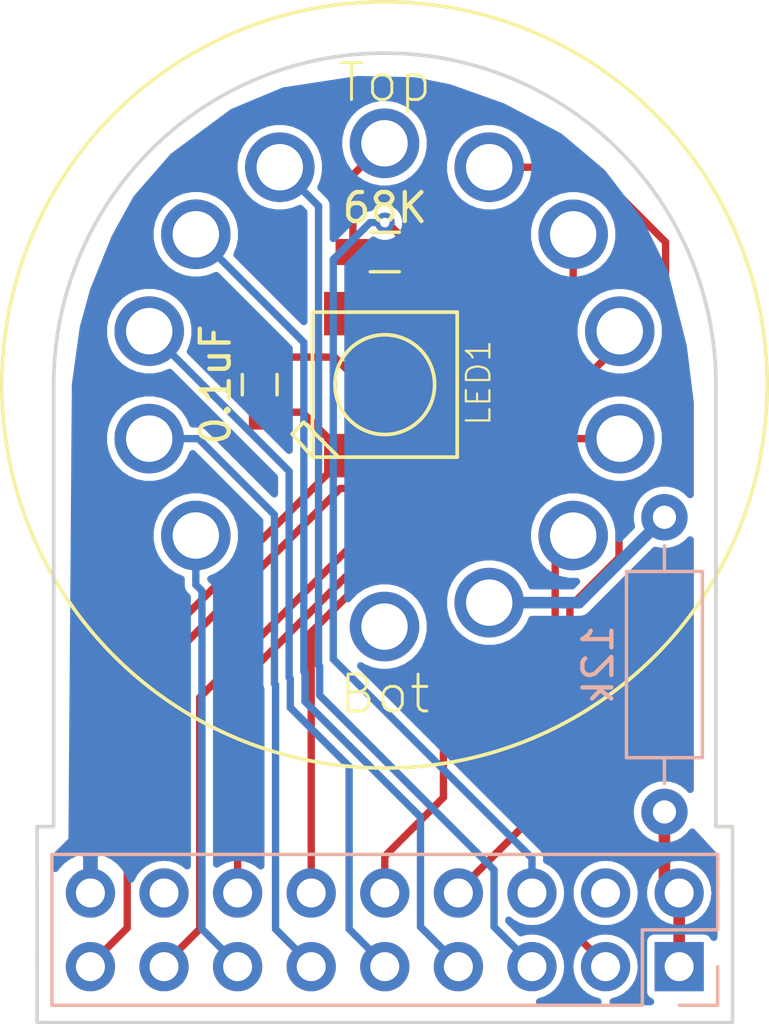
<source format=kicad_pcb>
(kicad_pcb (version 20171130) (host pcbnew "(5.0.0)")

  (general
    (thickness 1.6002)
    (drawings 9)
    (tracks 98)
    (zones 0)
    (modules 7)
    (nets 21)
  )

  (page A4)
  (layers
    (0 F.Cu signal)
    (31 B.Cu signal)
    (34 B.Paste user)
    (35 F.Paste user)
    (36 B.SilkS user)
    (37 F.SilkS user)
    (38 B.Mask user)
    (39 F.Mask user)
    (44 Edge.Cuts user)
  )

  (setup
    (last_trace_width 0.254)
    (user_trace_width 0.1524)
    (user_trace_width 0.2)
    (user_trace_width 0.25)
    (user_trace_width 0.3)
    (user_trace_width 0.4)
    (user_trace_width 0.5)
    (user_trace_width 0.6)
    (user_trace_width 0.8)
    (trace_clearance 0.254)
    (zone_clearance 0.1524)
    (zone_45_only no)
    (trace_min 0.1524)
    (segment_width 0.127)
    (edge_width 0.127)
    (via_size 0.6858)
    (via_drill 0.3302)
    (via_min_size 0.6858)
    (via_min_drill 0.3302)
    (uvia_size 0.508)
    (uvia_drill 0.127)
    (uvias_allowed no)
    (uvia_min_size 0.508)
    (uvia_min_drill 0.127)
    (pcb_text_width 0.127)
    (pcb_text_size 0.6 0.6)
    (mod_edge_width 0.127)
    (mod_text_size 0.6 0.6)
    (mod_text_width 0.127)
    (pad_size 1.524 1.524)
    (pad_drill 0.762)
    (pad_to_mask_clearance 0.05)
    (pad_to_paste_clearance -0.04)
    (aux_axis_origin 0 0)
    (grid_origin 160.02 119.38)
    (visible_elements 7FFFFF7F)
    (pcbplotparams
      (layerselection 0x3ffff_80000001)
      (usegerberextensions true)
      (usegerberattributes true)
      (usegerberadvancedattributes false)
      (creategerberjobfile false)
      (excludeedgelayer true)
      (linewidth 0.127000)
      (plotframeref false)
      (viasonmask false)
      (mode 1)
      (useauxorigin false)
      (hpglpennumber 1)
      (hpglpenspeed 20)
      (hpglpendiameter 15.000000)
      (psnegative false)
      (psa4output false)
      (plotreference true)
      (plotvalue true)
      (plotinvisibletext false)
      (padsonsilk false)
      (subtractmaskfromsilk false)
      (outputformat 1)
      (mirror false)
      (drillshape 0)
      (scaleselection 1)
      (outputdirectory "CAM/"))
  )

  (net 0 "")
  (net 1 +5V)
  (net 2 GND)
  (net 3 /Anode)
  (net 4 /Din)
  (net 5 /HV6)
  (net 6 /HV5)
  (net 7 /HV10)
  (net 8 /HV4)
  (net 9 /HV9)
  (net 10 /HV3)
  (net 11 /HV8)
  (net 12 /HV2)
  (net 13 /HV7)
  (net 14 /HV1)
  (net 15 "Net-(N1-PadA)")
  (net 16 "Net-(J1-Pad4)")
  (net 17 /DP)
  (net 18 "Net-(J1-Pad16)")
  (net 19 "Net-(N1-PadDP)")
  (net 20 "Net-(LED1-Pad2-DOUT)")

  (net_class Default "Imperial - this is the standard class"
    (clearance 0.254)
    (trace_width 0.254)
    (via_dia 0.6858)
    (via_drill 0.3302)
    (uvia_dia 0.508)
    (uvia_drill 0.127)
    (add_net +5V)
    (add_net /Anode)
    (add_net /DP)
    (add_net /Din)
    (add_net /HV1)
    (add_net /HV10)
    (add_net /HV2)
    (add_net /HV3)
    (add_net /HV4)
    (add_net /HV5)
    (add_net /HV6)
    (add_net /HV7)
    (add_net /HV8)
    (add_net /HV9)
    (add_net GND)
    (add_net "Net-(J1-Pad16)")
    (add_net "Net-(J1-Pad4)")
    (add_net "Net-(LED1-Pad2-DOUT)")
    (add_net "Net-(N1-PadA)")
    (add_net "Net-(N1-PadDP)")
  )

  (net_class 0.2mm ""
    (clearance 0.2)
    (trace_width 0.2)
    (via_dia 0.6858)
    (via_drill 0.3302)
    (uvia_dia 0.508)
    (uvia_drill 0.127)
  )

  (net_class Minimal ""
    (clearance 0.1524)
    (trace_width 0.1524)
    (via_dia 0.6858)
    (via_drill 0.3302)
    (uvia_dia 0.508)
    (uvia_drill 0.127)
  )

  (module adafruit:adafruit-WS2812B (layer F.Cu) (tedit 200000) (tstamp 5A3ACAFA)
    (at 160.02 119.38 90)
    (path /592C7523)
    (attr smd)
    (fp_text reference LED1 (at 0.0635 3.2385 90) (layer F.SilkS)
      (effects (font (size 0.8128 0.8128) (thickness 0.0762)))
    )
    (fp_text value WS2812B5050 (at 0 0 90) (layer F.SilkS) hide
      (effects (font (size 1.524 1.524) (thickness 0.15)))
    )
    (fp_circle (center 0 0) (end 0 -1.71958) (layer F.SilkS) (width 0.127))
    (fp_line (start -1.69926 -3.19786) (end -2.49936 -2.49936) (layer F.SilkS) (width 0.127))
    (fp_line (start -1.29794 -2.79908) (end -1.69926 -3.19786) (layer F.SilkS) (width 0.127))
    (fp_line (start -1.59766 -2.49936) (end -1.29794 -2.79908) (layer F.SilkS) (width 0.127))
    (fp_line (start -2.49936 -1.59766) (end -1.59766 -2.49936) (layer F.SilkS) (width 0.127))
    (fp_line (start 2.49936 -2.49936) (end 2.49936 2.49936) (layer F.SilkS) (width 0.127))
    (fp_line (start -1.59766 -2.49936) (end 2.49936 -2.49936) (layer F.SilkS) (width 0.127))
    (fp_line (start -2.49936 -2.49936) (end -1.59766 -2.49936) (layer F.SilkS) (width 0.127))
    (fp_line (start -2.49936 -1.59766) (end -2.49936 -2.49936) (layer F.SilkS) (width 0.127))
    (fp_line (start -2.49936 2.49936) (end -2.49936 -1.59766) (layer F.SilkS) (width 0.127))
    (fp_line (start 2.49936 2.49936) (end -2.49936 2.49936) (layer F.SilkS) (width 0.127))
    (pad 4-DIN smd rect (at -2.44856 1.64846 270) (size 1.4986 0.89916) (layers F.Cu F.Paste F.Mask)
      (net 4 /Din))
    (pad 3-GND smd rect (at -2.44856 -1.64846 270) (size 1.4986 0.89916) (layers F.Cu F.Paste F.Mask)
      (net 2 GND))
    (pad 2-DOUT smd rect (at 2.44856 -1.64846 270) (size 1.4986 0.89916) (layers F.Cu F.Paste F.Mask)
      (net 20 "Net-(LED1-Pad2-DOUT)"))
    (pad 1-VDD smd rect (at 2.44856 1.64846 270) (size 1.4986 0.89916) (layers F.Cu F.Paste F.Mask)
      (net 1 +5V))
  )

  (module Capacitors_SMD:C_0603_HandSoldering (layer F.Cu) (tedit 5BE78864) (tstamp 5A3BEDEB)
    (at 155.702 119.38 270)
    (descr "Capacitor SMD 0603, hand soldering")
    (tags "capacitor 0603")
    (path /592C7A4C)
    (attr smd)
    (fp_text reference C1 (at 0 1.5 270) (layer F.SilkS) hide
      (effects (font (size 1 1) (thickness 0.15)))
    )
    (fp_text value 0.1uF (at 0 1.524 270) (layer F.SilkS)
      (effects (font (size 1 1) (thickness 0.15)))
    )
    (fp_text user %R (at 0 -1.25 270) (layer F.Fab)
      (effects (font (size 1 1) (thickness 0.15)))
    )
    (fp_line (start -0.8 0.4) (end -0.8 -0.4) (layer F.Fab) (width 0.1))
    (fp_line (start 0.8 0.4) (end -0.8 0.4) (layer F.Fab) (width 0.1))
    (fp_line (start 0.8 -0.4) (end 0.8 0.4) (layer F.Fab) (width 0.1))
    (fp_line (start -0.8 -0.4) (end 0.8 -0.4) (layer F.Fab) (width 0.1))
    (fp_line (start -0.35 -0.6) (end 0.35 -0.6) (layer F.SilkS) (width 0.12))
    (fp_line (start 0.35 0.6) (end -0.35 0.6) (layer F.SilkS) (width 0.12))
    (fp_line (start -1.8 -0.65) (end 1.8 -0.65) (layer F.CrtYd) (width 0.05))
    (fp_line (start -1.8 -0.65) (end -1.8 0.65) (layer F.CrtYd) (width 0.05))
    (fp_line (start 1.8 0.65) (end 1.8 -0.65) (layer F.CrtYd) (width 0.05))
    (fp_line (start 1.8 0.65) (end -1.8 0.65) (layer F.CrtYd) (width 0.05))
    (pad 1 smd rect (at -0.95 0 270) (size 1.2 0.75) (layers F.Cu F.Paste F.Mask)
      (net 1 +5V))
    (pad 2 smd rect (at 0.95 0 270) (size 1.2 0.75) (layers F.Cu F.Paste F.Mask)
      (net 2 GND))
    (model Capacitors_SMD.3dshapes/C_0603.wrl
      (at (xyz 0 0 0))
      (scale (xyz 1 1 1))
      (rotate (xyz 0 0 0))
    )
  )

  (module logos:mermaid_l (layer B.Cu) (tedit 0) (tstamp 5A3BEF0C)
    (at 164.0205 119.38 180)
    (fp_text reference G*** (at 0 0 180) (layer B.SilkS) hide
      (effects (font (size 1.524 1.524) (thickness 0.3)) (justify mirror))
    )
    (fp_text value LOGO (at 0.75 0 180) (layer B.SilkS) hide
      (effects (font (size 1.524 1.524) (thickness 0.3)) (justify mirror))
    )
    (fp_poly (pts (xy 0.016811 3.773536) (xy 0.035492 3.771585) (xy 0.039687 3.770741) (xy 0.079417 3.757244)
      (xy 0.111324 3.737775) (xy 0.124832 3.725513) (xy 0.142677 3.704599) (xy 0.153161 3.684612)
      (xy 0.15793 3.661447) (xy 0.15875 3.64097) (xy 0.158058 3.61993) (xy 0.155124 3.604749)
      (xy 0.148654 3.590748) (xy 0.141938 3.580059) (xy 0.122141 3.557766) (xy 0.098998 3.544256)
      (xy 0.074141 3.539962) (xy 0.049199 3.545313) (xy 0.036501 3.55221) (xy 0.025568 3.560763)
      (xy 0.019906 3.570026) (xy 0.017449 3.584153) (xy 0.016932 3.59157) (xy 0.016648 3.608477)
      (xy 0.018904 3.618133) (xy 0.024587 3.623743) (xy 0.026084 3.624592) (xy 0.039465 3.627784)
      (xy 0.050441 3.626922) (xy 0.059967 3.622881) (xy 0.061919 3.615123) (xy 0.060823 3.608777)
      (xy 0.060289 3.596153) (xy 0.064906 3.590901) (xy 0.073078 3.592235) (xy 0.083211 3.599369)
      (xy 0.093713 3.61152) (xy 0.102989 3.6279) (xy 0.103896 3.629997) (xy 0.108418 3.643365)
      (xy 0.108287 3.6547) (xy 0.103467 3.669685) (xy 0.087643 3.698859) (xy 0.064252 3.721926)
      (xy 0.050164 3.731216) (xy 0.036916 3.737802) (xy 0.022748 3.741623) (xy 0.004134 3.743365)
      (xy -0.014288 3.743716) (xy -0.040147 3.742911) (xy -0.057394 3.740394) (xy -0.064294 3.73724)
      (xy -0.073648 3.731439) (xy -0.077728 3.730626) (xy -0.088165 3.726605) (xy -0.102163 3.716065)
      (xy -0.117406 3.701291) (xy -0.131579 3.684564) (xy -0.142367 3.668169) (xy -0.143717 3.665542)
      (xy -0.151883 3.648712) (xy -0.159332 3.633251) (xy -0.163088 3.620111) (xy -0.165384 3.598867)
      (xy -0.16631 3.568514) (xy -0.166318 3.553876) (xy -0.166026 3.5265) (xy -0.165145 3.506715)
      (xy -0.163111 3.491529) (xy -0.159359 3.477949) (xy -0.153324 3.462983) (xy -0.14625 3.447521)
      (xy -0.121753 3.405235) (xy -0.0903 3.36927) (xy -0.051325 3.33924) (xy -0.004264 3.314759)
      (xy 0.051447 3.295441) (xy 0.089958 3.28602) (xy 0.119366 3.282227) (xy 0.156195 3.281263)
      (xy 0.197719 3.282946) (xy 0.241212 3.28709) (xy 0.283951 3.293513) (xy 0.321687 3.301638)
      (xy 0.342155 3.307861) (xy 0.360849 3.315263) (xy 0.376278 3.322945) (xy 0.386953 3.330006)
      (xy 0.391385 3.335547) (xy 0.388082 3.338667) (xy 0.383597 3.339042) (xy 0.373649 3.342219)
      (xy 0.357833 3.350734) (xy 0.338335 3.36306) (xy 0.317344 3.377673) (xy 0.297047 3.393046)
      (xy 0.279632 3.407655) (xy 0.267286 3.419973) (xy 0.26692 3.420407) (xy 0.246827 3.446164)
      (xy 0.232225 3.469838) (xy 0.221889 3.494463) (xy 0.214597 3.523071) (xy 0.209127 3.558694)
      (xy 0.208269 3.565849) (xy 0.208225 3.599519) (xy 0.214696 3.635439) (xy 0.226608 3.670269)
      (xy 0.242885 3.700666) (xy 0.257355 3.718587) (xy 0.284712 3.739246) (xy 0.316451 3.752322)
      (xy 0.350326 3.757709) (xy 0.384089 3.755304) (xy 0.415495 3.745003) (xy 0.441854 3.727116)
      (xy 0.456743 3.708989) (xy 0.464158 3.687733) (xy 0.465666 3.667574) (xy 0.46447 3.649678)
      (xy 0.459418 3.636679) (xy 0.44831 3.623019) (xy 0.447843 3.622523) (xy 0.432662 3.60928)
      (xy 0.418526 3.60395) (xy 0.413448 3.603625) (xy 0.394908 3.608269) (xy 0.381565 3.620647)
      (xy 0.375782 3.638431) (xy 0.375708 3.640833) (xy 0.378805 3.655072) (xy 0.386689 3.660815)
      (xy 0.397247 3.657238) (xy 0.40302 3.65151) (xy 0.411119 3.643576) (xy 0.417703 3.64383)
      (xy 0.420717 3.645984) (xy 0.426691 3.656909) (xy 0.428309 3.673525) (xy 0.425542 3.691863)
      (xy 0.421138 3.703294) (xy 0.410709 3.716673) (xy 0.399156 3.725521) (xy 0.381042 3.731036)
      (xy 0.358057 3.732598) (xy 0.335132 3.730244) (xy 0.318905 3.724949) (xy 0.298369 3.711409)
      (xy 0.278961 3.693672) (xy 0.264484 3.675356) (xy 0.26187 3.670693) (xy 0.258107 3.658302)
      (xy 0.255508 3.640465) (xy 0.254155 3.620218) (xy 0.254128 3.6006) (xy 0.25551 3.584648)
      (xy 0.258381 3.5754) (xy 0.259291 3.574521) (xy 0.263387 3.567227) (xy 0.264583 3.558334)
      (xy 0.266434 3.54854) (xy 0.269875 3.545417) (xy 0.274956 3.541344) (xy 0.275166 3.539772)
      (xy 0.278369 3.532005) (xy 0.286651 3.519125) (xy 0.298022 3.503894) (xy 0.310492 3.489074)
      (xy 0.315691 3.483521) (xy 0.332808 3.469181) (xy 0.356966 3.453086) (xy 0.385192 3.436898)
      (xy 0.41451 3.422278) (xy 0.441945 3.410886) (xy 0.451563 3.407656) (xy 0.513508 3.39253)
      (xy 0.572008 3.386659) (xy 0.6285 3.390216) (xy 0.684423 3.403376) (xy 0.741216 3.42631)
      (xy 0.78052 3.447259) (xy 0.817352 3.46804) (xy 0.848125 3.483558) (xy 0.875501 3.494552)
      (xy 0.902139 3.501759) (xy 0.9307 3.505917) (xy 0.963843 3.507764) (xy 0.999762 3.50806)
      (xy 1.029829 3.507596) (xy 1.058475 3.506543) (xy 1.08289 3.505047) (xy 1.100268 3.50325)
      (xy 1.103312 3.502746) (xy 1.124251 3.498943) (xy 1.148566 3.494739) (xy 1.16152 3.492588)
      (xy 1.183437 3.488718) (xy 1.205109 3.484407) (xy 1.21576 3.482026) (xy 1.242534 3.475574)
      (xy 1.261268 3.470981) (xy 1.27422 3.467665) (xy 1.283649 3.465044) (xy 1.29181 3.462534)
      (xy 1.293812 3.46189) (xy 1.330054 3.447173) (xy 1.362613 3.428217) (xy 1.390124 3.406284)
      (xy 1.411222 3.382636) (xy 1.42454 3.358536) (xy 1.428749 3.337087) (xy 1.430965 3.31796)
      (xy 1.436932 3.293293) (xy 1.445634 3.266996) (xy 1.4496 3.257021) (xy 1.460028 3.223921)
      (xy 1.465344 3.188889) (xy 1.465701 3.173183) (xy 1.465206 3.152449) (xy 1.465622 3.140318)
      (xy 1.467505 3.134815) (xy 1.471411 3.133966) (xy 1.476375 3.135313) (xy 1.485246 3.136563)
      (xy 1.485546 3.132317) (xy 1.477379 3.123141) (xy 1.473497 3.119686) (xy 1.464568 3.110292)
      (xy 1.463129 3.101507) (xy 1.465406 3.093994) (xy 1.472998 3.082438) (xy 1.485846 3.06985)
      (xy 1.491895 3.065257) (xy 1.507592 3.051442) (xy 1.513053 3.038041) (xy 1.508312 3.023896)
      (xy 1.493572 3.007997) (xy 1.481954 2.996879) (xy 1.477871 2.989625) (xy 1.480148 2.984092)
      (xy 1.480343 2.983889) (xy 1.48489 2.973373) (xy 1.486712 2.956585) (xy 1.485771 2.93749)
      (xy 1.482027 2.920051) (xy 1.481007 2.917281) (xy 1.468042 2.883178) (xy 1.459777 2.85676)
      (xy 1.455764 2.836468) (xy 1.455208 2.827306) (xy 1.451635 2.812089) (xy 1.440656 2.801224)
      (xy 1.433744 2.797314) (xy 1.425278 2.794661) (xy 1.41333 2.793085) (xy 1.395971 2.79241)
      (xy 1.371273 2.792457) (xy 1.349375 2.792809) (xy 1.31873 2.793255) (xy 1.296659 2.793112)
      (xy 1.281157 2.792186) (xy 1.270221 2.790279) (xy 1.261849 2.787196) (xy 1.255447 2.783626)
      (xy 1.244268 2.774775) (xy 1.238474 2.766405) (xy 1.23825 2.764974) (xy 1.235863 2.757876)
      (xy 1.233805 2.756959) (xy 1.229201 2.752098) (xy 1.223916 2.739092) (xy 1.218503 2.720308)
      (xy 1.213515 2.698112) (xy 1.209506 2.674871) (xy 1.207028 2.652951) (xy 1.2065 2.640132)
      (xy 1.207874 2.614203) (xy 1.211589 2.582523) (xy 1.217032 2.549504) (xy 1.222776 2.522803)
      (xy 1.235661 2.473043) (xy 1.247332 2.433315) (xy 1.257929 2.403156) (xy 1.259293 2.399771)
      (xy 1.264013 2.387513) (xy 1.269636 2.371955) (xy 1.270086 2.370667) (xy 1.278721 2.347809)
      (xy 1.289907 2.322021) (xy 1.304888 2.290463) (xy 1.308378 2.283355) (xy 1.317963 2.259043)
      (xy 1.323702 2.234224) (xy 1.325348 2.211548) (xy 1.322652 2.19366) (xy 1.317561 2.184909)
      (xy 1.307186 2.176016) (xy 1.292853 2.165074) (xy 1.277255 2.153968) (xy 1.263087 2.144581)
      (xy 1.253044 2.138797) (xy 1.250232 2.137834) (xy 1.242386 2.13401) (xy 1.231208 2.124466)
      (xy 1.219519 2.11209) (xy 1.21014 2.099773) (xy 1.206613 2.093154) (xy 1.204218 2.073293)
      (xy 1.210459 2.048342) (xy 1.211685 2.04523) (xy 1.220793 2.023791) (xy 1.23213 1.998543)
      (xy 1.244765 1.971403) (xy 1.257766 1.944284) (xy 1.270202 1.9191) (xy 1.281142 1.897767)
      (xy 1.289653 1.882198) (xy 1.294804 1.874308) (xy 1.294911 1.874195) (xy 1.300737 1.866426)
      (xy 1.30175 1.863411) (xy 1.305702 1.855954) (xy 1.316422 1.843726) (xy 1.332206 1.828296)
      (xy 1.351351 1.811235) (xy 1.372151 1.794113) (xy 1.392903 1.778501) (xy 1.397 1.775628)
      (xy 1.412481 1.764474) (xy 1.432822 1.749179) (xy 1.456251 1.731147) (xy 1.480994 1.711783)
      (xy 1.505277 1.692489) (xy 1.527327 1.674669) (xy 1.54537 1.659728) (xy 1.557633 1.649068)
      (xy 1.561041 1.645785) (xy 1.566531 1.641261) (xy 1.577559 1.632846) (xy 1.584854 1.62743)
      (xy 1.599074 1.616479) (xy 1.610642 1.606732) (xy 1.613958 1.603563) (xy 1.621166 1.597319)
      (xy 1.63503 1.586326) (xy 1.653625 1.57203) (xy 1.675029 1.555881) (xy 1.697317 1.539326)
      (xy 1.718566 1.523814) (xy 1.736854 1.510793) (xy 1.740958 1.507944) (xy 1.75542 1.497422)
      (xy 1.767734 1.487559) (xy 1.769672 1.48584) (xy 1.781335 1.477351) (xy 1.789516 1.473434)
      (xy 1.797549 1.469117) (xy 1.799166 1.466423) (xy 1.803588 1.462135) (xy 1.814535 1.456503)
      (xy 1.817687 1.455209) (xy 1.829662 1.449593) (xy 1.835937 1.444862) (xy 1.836208 1.4441)
      (xy 1.840779 1.440501) (xy 1.852852 1.434525) (xy 1.869967 1.42737) (xy 1.872824 1.426267)
      (xy 1.88894 1.420424) (xy 1.902804 1.416562) (xy 1.917198 1.414357) (xy 1.934907 1.413483)
      (xy 1.958714 1.413615) (xy 1.977334 1.414048) (xy 2.011477 1.415666) (xy 2.050591 1.418652)
      (xy 2.089221 1.422539) (xy 2.114726 1.425785) (xy 2.14488 1.42989) (xy 2.16751 1.432256)
      (xy 2.18552 1.432964) (xy 2.201812 1.432095) (xy 2.219288 1.429731) (xy 2.224528 1.428856)
      (xy 2.245404 1.424861) (xy 2.257747 1.421152) (xy 2.263552 1.416902) (xy 2.264833 1.412127)
      (xy 2.263508 1.406717) (xy 2.257986 1.403732) (xy 2.245944 1.402491) (xy 2.231409 1.402292)
      (xy 2.207764 1.401303) (xy 2.182238 1.398663) (xy 2.158033 1.394866) (xy 2.138355 1.390404)
      (xy 2.12725 1.386276) (xy 2.123304 1.383434) (xy 2.123829 1.381057) (xy 2.130164 1.378752)
      (xy 2.143652 1.376125) (xy 2.165634 1.37278) (xy 2.180166 1.370725) (xy 2.208747 1.366286)
      (xy 2.230983 1.361492) (xy 2.251087 1.355226) (xy 2.27327 1.34637) (xy 2.275416 1.345449)
      (xy 2.291879 1.337058) (xy 2.307873 1.326809) (xy 2.32072 1.316668) (xy 2.327745 1.308602)
      (xy 2.328333 1.306591) (xy 2.323743 1.304335) (xy 2.312281 1.304011) (xy 2.297402 1.305252)
      (xy 2.282566 1.307694) (xy 2.271229 1.31097) (xy 2.267743 1.312991) (xy 2.258675 1.31683)
      (xy 2.251604 1.317626) (xy 2.239817 1.320172) (xy 2.234786 1.323331) (xy 2.225761 1.326846)
      (xy 2.213884 1.326984) (xy 2.204136 1.325219) (xy 2.204029 1.323129) (xy 2.20927 1.320799)
      (xy 2.23606 1.310129) (xy 2.25511 1.301894) (xy 2.268643 1.294964) (xy 2.278885 1.288209)
      (xy 2.287322 1.281169) (xy 2.296853 1.2715) (xy 2.301715 1.264499) (xy 2.301875 1.263719)
      (xy 2.297454 1.259587) (xy 2.285098 1.260225) (xy 2.266162 1.265338) (xy 2.242005 1.274631)
      (xy 2.232778 1.27872) (xy 2.210862 1.287938) (xy 2.195226 1.292907) (xy 2.186673 1.293593)
      (xy 2.186011 1.289959) (xy 2.194044 1.28197) (xy 2.19612 1.28034) (xy 2.207237 1.273141)
      (xy 2.215319 1.270118) (xy 2.221801 1.265714) (xy 2.226876 1.256324) (xy 2.227791 1.251047)
      (xy 2.223516 1.248302) (xy 2.212505 1.249392) (xy 2.197482 1.253408) (xy 2.181171 1.259436)
      (xy 2.166296 1.266566) (xy 2.15558 1.273887) (xy 2.153708 1.275833) (xy 2.146702 1.280288)
      (xy 2.132687 1.286789) (xy 2.114695 1.294037) (xy 2.095756 1.300732) (xy 2.095124 1.300937)
      (xy 2.07869 1.304461) (xy 2.057774 1.306667) (xy 2.046312 1.307042) (xy 2.028903 1.306558)
      (xy 2.018807 1.304253) (xy 2.012768 1.298853) (xy 2.009183 1.29249) (xy 2.005287 1.278785)
      (xy 2.008579 1.265874) (xy 2.019902 1.252443) (xy 2.040101 1.237179) (xy 2.048014 1.232048)
      (xy 2.069352 1.218173) (xy 2.083328 1.207722) (xy 2.091758 1.198848) (xy 2.096459 1.189706)
      (xy 2.098878 1.180349) (xy 2.099775 1.168122) (xy 2.095521 1.163627) (xy 2.094838 1.16354)
      (xy 2.077123 1.165005) (xy 2.064663 1.173081) (xy 2.054291 1.180457) (xy 2.036679 1.190046)
      (xy 2.014573 1.20055) (xy 1.990717 1.210671) (xy 1.967857 1.219114) (xy 1.965854 1.219776)
      (xy 1.928101 1.233609) (xy 1.898307 1.248381) (xy 1.87387 1.26573) (xy 1.852189 1.287294)
      (xy 1.844908 1.29597) (xy 1.82922 1.314316) (xy 1.813605 1.330793) (xy 1.80082 1.342542)
      (xy 1.797992 1.344686) (xy 1.786309 1.353213) (xy 1.778836 1.359346) (xy 1.778 1.360236)
      (xy 1.771224 1.365606) (xy 1.75693 1.374794) (xy 1.736985 1.386729) (xy 1.713259 1.400343)
      (xy 1.687619 1.414565) (xy 1.661936 1.428326) (xy 1.638076 1.440557) (xy 1.635125 1.442019)
      (xy 1.587553 1.46584) (xy 1.546283 1.487396) (xy 1.507857 1.50852) (xy 1.481666 1.52353)
      (xy 1.464862 1.532936) (xy 1.450648 1.540248) (xy 1.443302 1.543429) (xy 1.435482 1.548118)
      (xy 1.434041 1.551076) (xy 1.429946 1.555562) (xy 1.42835 1.55575) (xy 1.421455 1.558368)
      (xy 1.407463 1.565519) (xy 1.388265 1.576151) (xy 1.365753 1.589212) (xy 1.341819 1.60365)
      (xy 1.338081 1.605957) (xy 1.328838 1.611626) (xy 1.314356 1.620452) (xy 1.303686 1.626934)
      (xy 1.289183 1.635949) (xy 1.278713 1.64286) (xy 1.275291 1.645485) (xy 1.269816 1.650117)
      (xy 1.258818 1.65865) (xy 1.251479 1.66417) (xy 1.234056 1.677274) (xy 1.220686 1.687881)
      (xy 1.208649 1.698391) (xy 1.195222 1.711206) (xy 1.177684 1.728725) (xy 1.173427 1.733021)
      (xy 1.154691 1.753203) (xy 1.136473 1.774958) (xy 1.121826 1.794574) (xy 1.117957 1.80049)
      (xy 1.107458 1.815879) (xy 1.098096 1.826821) (xy 1.091977 1.830917) (xy 1.085418 1.828569)
      (xy 1.084785 1.826948) (xy 1.081627 1.820717) (xy 1.073818 1.810294) (xy 1.071556 1.807605)
      (xy 1.063024 1.796859) (xy 1.058535 1.789598) (xy 1.058333 1.788759) (xy 1.055116 1.78268)
      (xy 1.048847 1.77503) (xy 1.038358 1.760344) (xy 1.026121 1.737991) (xy 1.013216 1.710506)
      (xy 1.00072 1.680421) (xy 0.989714 1.650268) (xy 0.981275 1.622581) (xy 0.977986 1.608667)
      (xy 0.968972 1.562362) (xy 0.962328 1.523365) (xy 0.95779 1.488735) (xy 0.955093 1.45553)
      (xy 0.953972 1.420809) (xy 0.954162 1.38163) (xy 0.954874 1.352021) (xy 0.955956 1.318336)
      (xy 0.957154 1.287144) (xy 0.958377 1.260422) (xy 0.959534 1.240144) (xy 0.960534 1.228284)
      (xy 0.960617 1.227667) (xy 0.961429 1.217554) (xy 0.962358 1.198447) (xy 0.96335 1.171939)
      (xy 0.964353 1.139617) (xy 0.96531 1.103071) (xy 0.96617 1.063891) (xy 0.966176 1.063625)
      (xy 0.966988 1.016579) (xy 0.967314 0.977779) (xy 0.967075 0.9449) (xy 0.96619 0.915612)
      (xy 0.964579 0.887587) (xy 0.962164 0.858498) (xy 0.958863 0.826017) (xy 0.95765 0.814917)
      (xy 0.951084 0.75682) (xy 0.945176 0.707679) (xy 0.939682 0.665903) (xy 0.934356 0.629902)
      (xy 0.928956 0.598088) (xy 0.923235 0.56887) (xy 0.916949 0.54066) (xy 0.912885 0.523875)
      (xy 0.906794 0.498662) (xy 0.901413 0.475129) (xy 0.897462 0.456489) (xy 0.895973 0.44834)
      (xy 0.892856 0.434708) (xy 0.889085 0.426281) (xy 0.888285 0.425538) (xy 0.884592 0.418555)
      (xy 0.883669 0.411115) (xy 0.882028 0.401383) (xy 0.877635 0.38436) (xy 0.871226 0.362746)
      (xy 0.866028 0.346605) (xy 0.857767 0.321534) (xy 0.84996 0.297435) (xy 0.843739 0.277819)
      (xy 0.841302 0.269875) (xy 0.836378 0.25453) (xy 0.832191 0.243342) (xy 0.830942 0.240771)
      (xy 0.827336 0.232696) (xy 0.822295 0.21902) (xy 0.820702 0.214313) (xy 0.81395 0.195276)
      (xy 0.806669 0.176625) (xy 0.80583 0.174625) (xy 0.798972 0.158321) (xy 0.792944 0.14374)
      (xy 0.792593 0.142875) (xy 0.786649 0.129107) (xy 0.782549 0.120458) (xy 0.778574 0.110063)
      (xy 0.777875 0.105842) (xy 0.775639 0.099184) (xy 0.769428 0.084596) (xy 0.759982 0.063622)
      (xy 0.748042 0.037806) (xy 0.734349 0.008691) (xy 0.719644 -0.022178) (xy 0.704668 -0.053257)
      (xy 0.690162 -0.083002) (xy 0.676867 -0.10987) (xy 0.665523 -0.132316) (xy 0.656873 -0.148797)
      (xy 0.651656 -0.157769) (xy 0.650888 -0.15875) (xy 0.64704 -0.164585) (xy 0.640139 -0.176579)
      (xy 0.635415 -0.185208) (xy 0.622667 -0.207639) (xy 0.605809 -0.235506) (xy 0.586295 -0.266573)
      (xy 0.565581 -0.298607) (xy 0.545121 -0.329373) (xy 0.52637 -0.356639) (xy 0.510784 -0.378168)
      (xy 0.504464 -0.386291) (xy 0.49882 -0.393433) (xy 0.48822 -0.406992) (xy 0.474188 -0.425014)
      (xy 0.458423 -0.445321) (xy 0.386268 -0.531586) (xy 0.305323 -0.615902) (xy 0.217382 -0.696433)
      (xy 0.193138 -0.716902) (xy 0.177764 -0.729736) (xy 0.165728 -0.739925) (xy 0.159212 -0.745619)
      (xy 0.15875 -0.74607) (xy 0.15364 -0.750212) (xy 0.141905 -0.75919) (xy 0.125441 -0.771566)
      (xy 0.111125 -0.782215) (xy 0.091503 -0.796811) (xy 0.074346 -0.809688) (xy 0.061903 -0.819151)
      (xy 0.057234 -0.822811) (xy 0.046348 -0.830914) (xy 0.033422 -0.839659) (xy 0.019429 -0.849492)
      (xy 0.008262 -0.85853) (xy -0.00115 -0.865562) (xy -0.006772 -0.867833) (xy -0.013177 -0.871028)
      (xy -0.024494 -0.879231) (xy -0.033185 -0.886354) (xy -0.046046 -0.896711) (xy -0.055853 -0.903433)
      (xy -0.059243 -0.904875) (xy -0.065136 -0.907527) (xy -0.076973 -0.9143) (xy -0.09191 -0.923419)
      (xy -0.107104 -0.933106) (xy -0.119711 -0.941585) (xy -0.126887 -0.947081) (xy -0.127 -0.947193)
      (xy -0.133129 -0.951521) (xy -0.142875 -0.957378) (xy -0.152011 -0.962765) (xy -0.168175 -0.972485)
      (xy -0.189376 -0.985333) (xy -0.213623 -1.000104) (xy -0.223801 -1.006326) (xy -0.247553 -1.020777)
      (xy -0.267952 -1.033032) (xy -0.283378 -1.04213) (xy -0.292207 -1.047106) (xy -0.293632 -1.04775)
      (xy -0.298902 -1.050229) (xy -0.310818 -1.056768) (xy -0.326931 -1.066017) (xy -0.328991 -1.067222)
      (xy -0.356603 -1.083148) (xy -0.386048 -1.099703) (xy -0.414493 -1.115327) (xy -0.439106 -1.128464)
      (xy -0.455084 -1.136599) (xy -0.467632 -1.14309) (xy -0.475484 -1.147821) (xy -0.47625 -1.148468)
      (xy -0.481786 -1.151903) (xy -0.494692 -1.158989) (xy -0.512891 -1.168607) (xy -0.529167 -1.177013)
      (xy -0.578322 -1.202179) (xy -0.622845 -1.225001) (xy -0.661951 -1.245075) (xy -0.694854 -1.261998)
      (xy -0.720769 -1.275365) (xy -0.73891 -1.284772) (xy -0.748492 -1.289816) (xy -0.748968 -1.290075)
      (xy -0.758048 -1.294813) (xy -0.773987 -1.302904) (xy -0.794153 -1.313017) (xy -0.80698 -1.3194)
      (xy -0.881231 -1.35675) (xy -0.94652 -1.390707) (xy -1.003734 -1.421745) (xy -1.05376 -1.450342)
      (xy -1.076855 -1.464177) (xy -1.090458 -1.471801) (xy -1.098021 -1.475597) (xy -1.105412 -1.479911)
      (xy -1.119579 -1.488876) (xy -1.138874 -1.501392) (xy -1.161647 -1.516359) (xy -1.18625 -1.532677)
      (xy -1.211035 -1.549246) (xy -1.234352 -1.564966) (xy -1.254552 -1.578737) (xy -1.269988 -1.58946)
      (xy -1.279009 -1.596033) (xy -1.280584 -1.5974) (xy -1.28583 -1.602217) (xy -1.296881 -1.611472)
      (xy -1.309688 -1.621833) (xy -1.369914 -1.675393) (xy -1.421218 -1.732685) (xy -1.463288 -1.79318)
      (xy -1.495811 -1.856346) (xy -1.518476 -1.921651) (xy -1.530971 -1.988566) (xy -1.532115 -2.00072)
      (xy -1.533533 -2.021291) (xy -1.533389 -2.03401) (xy -1.531178 -2.041555) (xy -1.526396 -2.046606)
      (xy -1.523028 -2.048937) (xy -1.508982 -2.055507) (xy -1.492365 -2.060056) (xy -1.492229 -2.060079)
      (xy -1.452691 -2.067475) (xy -1.418964 -2.075738) (xy -1.394355 -2.083271) (xy -1.372487 -2.090356)
      (xy -1.346337 -2.098616) (xy -1.322917 -2.10585) (xy -1.302468 -2.112199) (xy -1.284909 -2.117877)
      (xy -1.273608 -2.12179) (xy -1.272646 -2.122164) (xy -1.262724 -2.125949) (xy -1.246121 -2.132103)
      (xy -1.226116 -2.139411) (xy -1.222375 -2.140766) (xy -1.203039 -2.148094) (xy -1.187481 -2.154598)
      (xy -1.178496 -2.159093) (xy -1.177661 -2.159711) (xy -1.168071 -2.163984) (xy -1.164987 -2.164291)
      (xy -1.156849 -2.166561) (xy -1.141251 -2.172762) (xy -1.120145 -2.181983) (xy -1.095482 -2.193313)
      (xy -1.069213 -2.20584) (xy -1.043289 -2.218653) (xy -1.019661 -2.230841) (xy -1.002771 -2.240067)
      (xy -0.979183 -2.253619) (xy -0.954406 -2.268128) (xy -0.930964 -2.28209) (xy -0.911386 -2.293997)
      (xy -0.898196 -2.302344) (xy -0.897227 -2.302991) (xy -0.84537 -2.340492) (xy -0.792658 -2.383257)
      (xy -0.741528 -2.42907) (xy -0.694416 -2.475712) (xy -0.653759 -2.520968) (xy -0.642579 -2.534708)
      (xy -0.628634 -2.552018) (xy -0.616971 -2.565902) (xy -0.609232 -2.574434) (xy -0.607219 -2.576159)
      (xy -0.603295 -2.582213) (xy -0.60325 -2.582995) (xy -0.599953 -2.59017) (xy -0.592419 -2.599694)
      (xy -0.584795 -2.609595) (xy -0.573492 -2.626331) (xy -0.559985 -2.647494) (xy -0.545751 -2.670677)
      (xy -0.532266 -2.693472) (xy -0.521004 -2.713471) (xy -0.513442 -2.728265) (xy -0.512956 -2.729342)
      (xy -0.506925 -2.740667) (xy -0.501953 -2.746251) (xy -0.501417 -2.746375) (xy -0.497764 -2.750622)
      (xy -0.497417 -2.753524) (xy -0.495063 -2.76201) (xy -0.489037 -2.775934) (xy -0.484188 -2.785554)
      (xy -0.476676 -2.800966) (xy -0.471883 -2.81327) (xy -0.470959 -2.817651) (xy -0.468504 -2.82541)
      (xy -0.46699 -2.826631) (xy -0.463351 -2.832354) (xy -0.457475 -2.846051) (xy -0.450118 -2.865545)
      (xy -0.442034 -2.888659) (xy -0.433976 -2.913215) (xy -0.4267 -2.937036) (xy -0.420958 -2.957944)
      (xy -0.419645 -2.963333) (xy -0.414816 -2.982772) (xy -0.410227 -2.999259) (xy -0.40721 -3.008312)
      (xy -0.403349 -3.020934) (xy -0.400065 -3.036847) (xy -0.399977 -3.037416) (xy -0.397973 -3.049953)
      (xy -0.394675 -3.070065) (xy -0.390554 -3.094892) (xy -0.386442 -3.119437) (xy -0.382507 -3.145522)
      (xy -0.379552 -3.172135) (xy -0.377442 -3.20146) (xy -0.376041 -3.23568) (xy -0.375217 -3.276977)
      (xy -0.374941 -3.306237) (xy -0.374907 -3.341428) (xy -0.375253 -3.373114) (xy -0.375932 -3.399753)
      (xy -0.376895 -3.4198) (xy -0.378095 -3.431711) (xy -0.378888 -3.43429) (xy -0.385103 -3.433466)
      (xy -0.398593 -3.427213) (xy -0.41801 -3.416235) (xy -0.441209 -3.401752) (xy -0.483878 -3.374892)
      (xy -0.526415 -3.34985) (xy -0.571041 -3.325433) (xy -0.619976 -3.30045) (xy -0.67544 -3.27371)
      (xy -0.709084 -3.258031) (xy -0.744498 -3.241758) (xy -0.773275 -3.228687) (xy -0.794644 -3.21916)
      (xy -0.807839 -3.213522) (xy -0.812017 -3.212041) (xy -0.817473 -3.210007) (xy -0.830202 -3.204577)
      (xy -0.847855 -3.196764) (xy -0.855541 -3.193302) (xy -0.87586 -3.184131) (xy -0.893504 -3.176218)
      (xy -0.905456 -3.170914) (xy -0.907521 -3.170016) (xy -0.918356 -3.165316) (xy -0.934412 -3.158299)
      (xy -0.944563 -3.153846) (xy -0.976212 -3.140021) (xy -0.999364 -3.130101) (xy -1.015151 -3.123604)
      (xy -1.018646 -3.12224) (xy -1.034695 -3.115354) (xy -1.057193 -3.104752) (xy -1.083338 -3.091857)
      (xy -1.110325 -3.078089) (xy -1.135352 -3.064868) (xy -1.155614 -3.053616) (xy -1.164167 -3.048495)
      (xy -1.18064 -3.036718) (xy -1.199817 -3.020816) (xy -1.220061 -3.002427) (xy -1.239737 -2.983188)
      (xy -1.257209 -2.964736) (xy -1.27084 -2.948708) (xy -1.278994 -2.936743) (xy -1.280584 -2.931984)
      (xy -1.284494 -2.925639) (xy -1.284991 -2.925409) (xy -1.290019 -2.9202) (xy -1.298403 -2.9087)
      (xy -1.308276 -2.893826) (xy -1.317775 -2.878494) (xy -1.325035 -2.865619) (xy -1.32819 -2.858117)
      (xy -1.328209 -2.857838) (xy -1.332 -2.851529) (xy -1.332427 -2.851326) (xy -1.337013 -2.84591)
      (xy -1.344025 -2.834059) (xy -1.348297 -2.82575) (xy -1.354863 -2.813311) (xy -1.359169 -2.807024)
      (xy -1.360124 -2.807229) (xy -1.360267 -2.814002) (xy -1.360556 -2.829563) (xy -1.360961 -2.852114)
      (xy -1.361448 -2.879861) (xy -1.36193 -2.90777) (xy -1.363484 -2.959059) (xy -1.366614 -3.002125)
      (xy -1.371909 -3.039285) (xy -1.379955 -3.072855) (xy -1.391341 -3.105149) (xy -1.406655 -3.138482)
      (xy -1.426484 -3.175172) (xy -1.432473 -3.185583) (xy -1.441516 -3.200851) (xy -1.454792 -3.222887)
      (xy -1.470945 -3.249473) (xy -1.488616 -3.278392) (xy -1.506447 -3.307427) (xy -1.523079 -3.334361)
      (xy -1.537156 -3.356975) (xy -1.546782 -3.372217) (xy -1.556574 -3.387882) (xy -1.563588 -3.399817)
      (xy -1.566333 -3.405482) (xy -1.566334 -3.405513) (xy -1.569332 -3.411428) (xy -1.571875 -3.414671)
      (xy -1.578955 -3.424037) (xy -1.58836 -3.437955) (xy -1.598309 -3.453578) (xy -1.607021 -3.468061)
      (xy -1.612717 -3.478559) (xy -1.613959 -3.481937) (xy -1.617841 -3.488012) (xy -1.618012 -3.48809)
      (xy -1.62267 -3.49336) (xy -1.6306 -3.505128) (xy -1.640113 -3.520543) (xy -1.649522 -3.536754)
      (xy -1.657137 -3.550911) (xy -1.661271 -3.560162) (xy -1.661584 -3.56167) (xy -1.66483 -3.566534)
      (xy -1.665553 -3.566624) (xy -1.670608 -3.570852) (xy -1.67527 -3.57853) (xy -1.6797 -3.587499)
      (xy -1.687831 -3.603801) (xy -1.698602 -3.625313) (xy -1.710953 -3.649918) (xy -1.714283 -3.656541)
      (xy -1.728714 -3.685357) (xy -1.739369 -3.707018) (xy -1.747301 -3.723791) (xy -1.753561 -3.73794)
      (xy -1.759201 -3.751728) (xy -1.762834 -3.761052) (xy -1.768776 -3.776191) (xy -1.77226 -3.784864)
      (xy -1.776532 -3.796565) (xy -1.782292 -3.813799) (xy -1.786124 -3.825875) (xy -1.794107 -3.850123)
      (xy -1.800605 -3.864974) (xy -1.806629 -3.871317) (xy -1.813196 -3.870039) (xy -1.821317 -3.862026)
      (xy -1.823851 -3.858896) (xy -1.834996 -3.845041) (xy -1.845018 -3.832935) (xy -1.860304 -3.814747)
      (xy -1.871524 -3.80089) (xy -1.881557 -3.787711) (xy -1.892096 -3.773209) (xy -1.901907 -3.758672)
      (xy -1.908513 -3.747198) (xy -1.910292 -3.74234) (xy -1.913744 -3.735549) (xy -1.9147 -3.735034)
      (xy -1.920879 -3.728832) (xy -1.93058 -3.714612) (xy -1.942942 -3.693993) (xy -1.957108 -3.668592)
      (xy -1.972218 -3.640026) (xy -1.987415 -3.609913) (xy -2.001841 -3.579871) (xy -2.014636 -3.551517)
      (xy -2.02375 -3.529541) (xy -2.030337 -3.513335) (xy -2.036097 -3.500143) (xy -2.037835 -3.49654)
      (xy -2.041998 -3.483106) (xy -2.042584 -3.477009) (xy -2.044998 -3.466849) (xy -2.047875 -3.463395)
      (xy -2.052009 -3.456083) (xy -2.053167 -3.44752) (xy -2.054935 -3.436601) (xy -2.057874 -3.432007)
      (xy -2.06186 -3.425217) (xy -2.065111 -3.412716) (xy -2.06525 -3.411851) (xy -2.068334 -3.396797)
      (xy -2.073297 -3.37719) (xy -2.076624 -3.3655) (xy -2.081421 -3.348705) (xy -2.085851 -3.331208)
      (xy -2.090465 -3.310549) (xy -2.095814 -3.284268) (xy -2.102103 -3.251729) (xy -2.104118 -3.235184)
      (xy -2.105738 -3.210034) (xy -2.106964 -3.178127) (xy -2.107796 -3.141317) (xy -2.108236 -3.101454)
      (xy -2.108284 -3.060389) (xy -2.107942 -3.019973) (xy -2.10721 -2.982059) (xy -2.10609 -2.948496)
      (xy -2.104582 -2.921137) (xy -2.102689 -2.901833) (xy -2.101907 -2.897187) (xy -2.097408 -2.875018)
      (xy -2.092897 -2.852736) (xy -2.090653 -2.841625) (xy -2.086154 -2.822216) (xy -2.080107 -2.799624)
      (xy -2.076886 -2.788708) (xy -2.071304 -2.769055) (xy -2.066835 -2.750617) (xy -2.06525 -2.742357)
      (xy -2.062104 -2.729658) (xy -2.058113 -2.722367) (xy -2.057874 -2.722201) (xy -2.054205 -2.715199)
      (xy -2.053167 -2.706687) (xy -2.05117 -2.695606) (xy -2.047875 -2.690812) (xy -2.043441 -2.683353)
      (xy -2.042584 -2.677199) (xy -2.040167 -2.663351) (xy -2.037938 -2.657667) (xy -2.028974 -2.638529)
      (xy -2.021574 -2.620201) (xy -2.016995 -2.605971) (xy -2.016125 -2.600674) (xy -2.013211 -2.593748)
      (xy -2.010834 -2.592916) (xy -2.005838 -2.588784) (xy -2.005542 -2.586757) (xy -2.003029 -2.576598)
      (xy -1.996034 -2.558966) (xy -1.985376 -2.535552) (xy -1.971874 -2.508043) (xy -1.956348 -2.478128)
      (xy -1.939615 -2.447495) (xy -1.928989 -2.428875) (xy -1.917739 -2.409493) (xy -1.907325 -2.391511)
      (xy -1.899972 -2.378766) (xy -1.899878 -2.378604) (xy -1.893802 -2.368895) (xy -1.883596 -2.35347)
      (xy -1.870613 -2.334284) (xy -1.856206 -2.313291) (xy -1.841728 -2.292446) (xy -1.828532 -2.273702)
      (xy -1.817969 -2.259015) (xy -1.811394 -2.250337) (xy -1.810149 -2.248958) (xy -1.805415 -2.243477)
      (xy -1.79682 -2.232467) (xy -1.79131 -2.225145) (xy -1.770344 -2.198459) (xy -1.747083 -2.172196)
      (xy -1.730055 -2.154423) (xy -1.712724 -2.135815) (xy -1.701877 -2.120706) (xy -1.696021 -2.105635)
      (xy -1.693663 -2.087143) (xy -1.693294 -2.069187) (xy -1.691985 -2.037889) (xy -1.688457 -2.002483)
      (xy -1.683224 -1.966327) (xy -1.6768 -1.932777) (xy -1.669697 -1.905193) (xy -1.666961 -1.897062)
      (xy -1.662846 -1.885204) (xy -1.657579 -1.869155) (xy -1.656354 -1.865312) (xy -1.651279 -1.851164)
      (xy -1.643761 -1.832422) (xy -1.634898 -1.811569) (xy -1.62579 -1.791087) (xy -1.617537 -1.773458)
      (xy -1.611237 -1.761167) (xy -1.608328 -1.756833) (xy -1.603622 -1.750578) (xy -1.598123 -1.740958)
      (xy -1.589342 -1.72555) (xy -1.577322 -1.706415) (xy -1.564213 -1.686774) (xy -1.552167 -1.669852)
      (xy -1.543395 -1.658937) (xy -1.533701 -1.647808) (xy -1.522115 -1.633534) (xy -1.519492 -1.630166)
      (xy -1.508995 -1.617837) (xy -1.49282 -1.600341) (xy -1.47301 -1.579751) (xy -1.451607 -1.558137)
      (xy -1.430655 -1.537571) (xy -1.412197 -1.520124) (xy -1.401731 -1.51077) (xy -1.357403 -1.473157)
      (xy -1.318621 -1.441319) (xy -1.283358 -1.413642) (xy -1.249585 -1.38851) (xy -1.235605 -1.378502)
      (xy -1.217641 -1.365669) (xy -1.202341 -1.354536) (xy -1.192293 -1.346995) (xy -1.190625 -1.345662)
      (xy -1.183402 -1.340435) (xy -1.169185 -1.33075) (xy -1.149876 -1.317883) (xy -1.127377 -1.303113)
      (xy -1.121834 -1.299504) (xy -1.099035 -1.284586) (xy -1.079146 -1.271389) (xy -1.06401 -1.261148)
      (xy -1.05547 -1.255099) (xy -1.054588 -1.254392) (xy -1.047619 -1.249468) (xy -1.045761 -1.248833)
      (xy -1.040676 -1.246146) (xy -1.028295 -1.238745) (xy -1.010238 -1.227621) (xy -0.988122 -1.213767)
      (xy -0.976637 -1.2065) (xy -0.952911 -1.191648) (xy -0.932191 -1.179074) (xy -0.916177 -1.169778)
      (xy -0.90657 -1.164761) (xy -0.904767 -1.164166) (xy -0.899734 -1.160136) (xy -0.899584 -1.158875)
      (xy -0.895597 -1.153736) (xy -0.894346 -1.153583) (xy -0.887735 -1.150891) (xy -0.874734 -1.143728)
      (xy -0.857782 -1.133462) (xy -0.851959 -1.12977) (xy -0.834261 -1.118806) (xy -0.819739 -1.110508)
      (xy -0.810832 -1.106246) (xy -0.809571 -1.105958) (xy -0.804486 -1.101929) (xy -0.804334 -1.100666)
      (xy -0.800255 -1.095592) (xy -0.798646 -1.095375) (xy -0.791821 -1.09266) (xy -0.778679 -1.085443)
      (xy -0.761693 -1.075108) (xy -0.756148 -1.071562) (xy -0.738568 -1.060567) (xy -0.724176 -1.05226)
      (xy -0.715403 -1.048021) (xy -0.71421 -1.04775) (xy -0.709232 -1.043718) (xy -0.709084 -1.042458)
      (xy -0.704956 -1.037455) (xy -0.702969 -1.037166) (xy -0.695181 -1.034173) (xy -0.683284 -1.026712)
      (xy -0.679509 -1.023937) (xy -0.668048 -1.015672) (xy -0.660434 -1.011056) (xy -0.659331 -1.010708)
      (xy -0.653835 -1.007882) (xy -0.641094 -1.000045) (xy -0.6226 -0.988159) (xy -0.599846 -0.973185)
      (xy -0.574324 -0.956086) (xy -0.569023 -0.9525) (xy -0.557684 -0.944904) (xy -0.542121 -0.934585)
      (xy -0.53398 -0.929219) (xy -0.520479 -0.919753) (xy -0.511223 -0.912158) (xy -0.508882 -0.909375)
      (xy -0.502806 -0.905063) (xy -0.500945 -0.904868) (xy -0.493268 -0.901638) (xy -0.481934 -0.89363)
      (xy -0.478896 -0.891087) (xy -0.464832 -0.879737) (xy -0.447329 -0.866715) (xy -0.439209 -0.861015)
      (xy -0.425484 -0.851373) (xy -0.415678 -0.844018) (xy -0.41275 -0.841444) (xy -0.407253 -0.836619)
      (xy -0.396216 -0.827997) (xy -0.388973 -0.822574) (xy -0.341604 -0.784681) (xy -0.290518 -0.738376)
      (xy -0.236734 -0.68471) (xy -0.18127 -0.624736) (xy -0.125146 -0.559505) (xy -0.079249 -0.502708)
      (xy -0.062944 -0.482084) (xy -0.048225 -0.463696) (xy -0.036765 -0.449621) (xy -0.030459 -0.442179)
      (xy -0.023368 -0.431882) (xy -0.021167 -0.424981) (xy -0.018643 -0.418596) (xy -0.017024 -0.418041)
      (xy -0.012737 -0.413871) (xy -0.003884 -0.402445) (xy 0.008345 -0.385385) (xy 0.02276 -0.364315)
      (xy 0.026632 -0.35851) (xy 0.041431 -0.336511) (xy 0.054315 -0.317912) (xy 0.064091 -0.304396)
      (xy 0.069565 -0.297645) (xy 0.070114 -0.297215) (xy 0.074035 -0.291159) (xy 0.074083 -0.290346)
      (xy 0.076736 -0.283466) (xy 0.083632 -0.270748) (xy 0.091547 -0.257714) (xy 0.102346 -0.239365)
      (xy 0.115584 -0.21485) (xy 0.130278 -0.186213) (xy 0.145448 -0.155497) (xy 0.16011 -0.124745)
      (xy 0.173285 -0.096002) (xy 0.18399 -0.07131) (xy 0.191243 -0.052712) (xy 0.193484 -0.045513)
      (xy 0.197682 -0.034152) (xy 0.201669 -0.028741) (xy 0.205337 -0.021741) (xy 0.206375 -0.013229)
      (xy 0.208372 -0.002148) (xy 0.211666 0.002646) (xy 0.2158 0.009959) (xy 0.216958 0.018521)
      (xy 0.218707 0.029427) (xy 0.221618 0.034006) (xy 0.226345 0.040984) (xy 0.228918 0.04887)
      (xy 0.231739 0.060368) (xy 0.236316 0.077762) (xy 0.240367 0.092605) (xy 0.247231 0.117947)
      (xy 0.252872 0.140561) (xy 0.257696 0.162643) (xy 0.262109 0.186386) (xy 0.26652 0.213986)
      (xy 0.271334 0.247637) (xy 0.276959 0.289534) (xy 0.277158 0.291042) (xy 0.279143 0.307953)
      (xy 0.280721 0.326151) (xy 0.281912 0.346792) (xy 0.282732 0.371028) (xy 0.283201 0.400014)
      (xy 0.283335 0.434902) (xy 0.283155 0.476848) (xy 0.282677 0.527004) (xy 0.281919 0.586524)
      (xy 0.281871 0.590021) (xy 0.280817 0.668263) (xy 0.279976 0.736714) (xy 0.279351 0.796164)
      (xy 0.27895 0.847403) (xy 0.278775 0.891222) (xy 0.278833 0.928411) (xy 0.27913 0.95976)
      (xy 0.279669 0.98606) (xy 0.280456 1.008101) (xy 0.281497 1.026673) (xy 0.282796 1.042566)
      (xy 0.284358 1.05657) (xy 0.284942 1.06098) (xy 0.297069 1.131924) (xy 0.313618 1.197918)
      (xy 0.335296 1.260302) (xy 0.362808 1.320418) (xy 0.396861 1.379608) (xy 0.438161 1.439214)
      (xy 0.487415 1.500576) (xy 0.54533 1.565038) (xy 0.556622 1.576962) (xy 0.571889 1.593799)
      (xy 0.588801 1.613773) (xy 0.605779 1.634854) (xy 0.621245 1.655014) (xy 0.633622 1.672222)
      (xy 0.64133 1.68445) (xy 0.642883 1.687872) (xy 0.647632 1.696514) (xy 0.651231 1.698625)
      (xy 0.655904 1.702758) (xy 0.656166 1.704713) (xy 0.658273 1.712465) (xy 0.663743 1.726431)
      (xy 0.66995 1.740431) (xy 0.679445 1.760986) (xy 0.686351 1.776958) (xy 0.691404 1.790974)
      (xy 0.695338 1.805658) (xy 0.698888 1.823636) (xy 0.702789 1.847531) (xy 0.706279 1.870204)
      (xy 0.708109 1.886353) (xy 0.709859 1.90944) (xy 0.711482 1.937742) (xy 0.712929 1.969535)
      (xy 0.714153 2.003095) (xy 0.715105 2.036697) (xy 0.715739 2.068617) (xy 0.716006 2.097132)
      (xy 0.715859 2.120517) (xy 0.715249 2.137049) (xy 0.714129 2.145003) (xy 0.713908 2.145356)
      (xy 0.708768 2.143798) (xy 0.698741 2.136854) (xy 0.692988 2.132102) (xy 0.677752 2.11919)
      (xy 0.662807 2.106979) (xy 0.659722 2.104542) (xy 0.644712 2.09195) (xy 0.6254 2.074498)
      (xy 0.603554 2.053924) (xy 0.58094 2.031963) (xy 0.559323 2.010354) (xy 0.540471 1.990833)
      (xy 0.526149 1.975137) (xy 0.518687 1.965855) (xy 0.508099 1.948803) (xy 0.494021 1.923387)
      (xy 0.476268 1.889251) (xy 0.454654 1.846039) (xy 0.434343 1.804459) (xy 0.423109 1.781725)
      (xy 0.411978 1.759961) (xy 0.402815 1.742792) (xy 0.400288 1.738313) (xy 0.389828 1.720095)
      (xy 0.378311 1.699797) (xy 0.374676 1.693334) (xy 0.363842 1.674062) (xy 0.352669 1.654273)
      (xy 0.349314 1.648355) (xy 0.335039 1.622699) (xy 0.319232 1.593434) (xy 0.302642 1.562044)
      (xy 0.286023 1.530012) (xy 0.270125 1.498822) (xy 0.255699 1.469959) (xy 0.243498 1.444906)
      (xy 0.234271 1.425146) (xy 0.228772 1.412164) (xy 0.227541 1.407866) (xy 0.225306 1.398602)
      (xy 0.222867 1.39296) (xy 0.201376 1.339348) (xy 0.189951 1.283412) (xy 0.188752 1.226398)
      (xy 0.195385 1.18029) (xy 0.2022 1.13901) (xy 0.205842 1.093859) (xy 0.206289 1.048238)
      (xy 0.20352 1.005548) (xy 0.197512 0.969191) (xy 0.196747 0.966088) (xy 0.191333 0.947758)
      (xy 0.1859 0.933965) (xy 0.18156 0.9275) (xy 0.181303 0.927386) (xy 0.174123 0.929904)
      (xy 0.167478 0.940698) (xy 0.162213 0.95747) (xy 0.159172 0.977916) (xy 0.15875 0.988847)
      (xy 0.158142 1.012452) (xy 0.155993 1.026807) (xy 0.15181 1.033193) (xy 0.145103 1.032891)
      (xy 0.142346 1.031592) (xy 0.13419 1.023995) (xy 0.132291 1.01846) (xy 0.129374 1.011538)
      (xy 0.127 1.010709) (xy 0.122551 1.006327) (xy 0.121708 1.001184) (xy 0.11948 0.990273)
      (xy 0.117382 0.986632) (xy 0.112498 0.976164) (xy 0.107634 0.957246) (xy 0.103184 0.932003)
      (xy 0.099545 0.90256) (xy 0.097725 0.881063) (xy 0.094276 0.84497) (xy 0.089259 0.817372)
      (xy 0.082218 0.796243) (xy 0.075916 0.784335) (xy 0.069791 0.776199) (xy 0.064558 0.776551)
      (xy 0.059576 0.781043) (xy 0.056289 0.785767) (xy 0.053877 0.793433) (xy 0.052189 0.805604)
      (xy 0.051074 0.823841) (xy 0.050381 0.849707) (xy 0.049999 0.880416) (xy 0.049378 0.917606)
      (xy 0.048183 0.94444) (xy 0.046281 0.961137) (xy 0.043537 0.967916) (xy 0.039815 0.964995)
      (xy 0.034983 0.952594) (xy 0.028906 0.930931) (xy 0.026024 0.919428) (xy 0.016984 0.882642)
      (xy 0.008774 0.849581) (xy 0.003732 0.829449) (xy -0.003201 0.808135) (xy -0.012473 0.787288)
      (xy -0.017906 0.777856) (xy -0.02995 0.762264) (xy -0.038759 0.75671) (xy -0.0443 0.761144)
      (xy -0.046541 0.775516) (xy -0.04545 0.799778) (xy -0.043483 0.816822) (xy -0.039961 0.841105)
      (xy -0.03601 0.86496) (xy -0.032428 0.883593) (xy -0.032111 0.885032) (xy -0.027421 0.906055)
      (xy -0.022699 0.92747) (xy -0.021566 0.932657) (xy -0.017028 0.95257) (xy -0.012228 0.972306)
      (xy -0.011534 0.975018) (xy -0.009217 0.988299) (xy -0.009851 0.996595) (xy -0.010556 0.997462)
      (xy -0.016599 0.995495) (xy -0.024534 0.984036) (xy -0.033891 0.963908) (xy -0.042156 0.941917)
      (xy -0.056126 0.903277) (xy -0.068019 0.873951) (xy -0.078359 0.852994) (xy -0.087666 0.839461)
      (xy -0.096462 0.832407) (xy -0.103494 0.830792) (xy -0.108124 0.831954) (xy -0.110356 0.836915)
      (xy -0.110511 0.847891) (xy -0.108915 0.867098) (xy -0.108871 0.867551) (xy -0.105151 0.893384)
      (xy -0.099316 0.921804) (xy -0.094452 0.940311) (xy -0.086855 0.966131) (xy -0.08221 0.983451)
      (xy -0.080209 0.993842) (xy -0.080543 0.998871) (xy -0.082727 1.000114) (xy -0.088018 0.99607)
      (xy -0.096691 0.985697) (xy -0.103188 0.976614) (xy -0.11491 0.961645) (xy -0.126449 0.950751)
      (xy -0.136032 0.94513) (xy -0.141887 0.945979) (xy -0.142875 0.949783) (xy -0.139353 0.968152)
      (xy -0.128938 0.993874) (xy -0.111859 1.026474) (xy -0.088345 1.065476) (xy -0.08424 1.071906)
      (xy -0.069449 1.095093) (xy -0.056948 1.115018) (xy -0.047748 1.130045) (xy -0.042859 1.138536)
      (xy -0.042334 1.139773) (xy -0.0394 1.147465) (xy -0.03167 1.161142) (xy -0.020754 1.178366)
      (xy -0.008261 1.196698) (xy 0.004198 1.213698) (xy 0.015015 1.226928) (xy 0.015614 1.227589)
      (xy 0.035502 1.253311) (xy 0.054074 1.285839) (xy 0.071917 1.326373) (xy 0.089618 1.376111)
      (xy 0.092085 1.383771) (xy 0.100204 1.408837) (xy 0.10757 1.430801) (xy 0.113399 1.447369)
      (xy 0.116902 1.456249) (xy 0.117007 1.45646) (xy 0.121128 1.469896) (xy 0.121708 1.475991)
      (xy 0.124122 1.486151) (xy 0.127 1.489605) (xy 0.131544 1.497115) (xy 0.132291 1.502488)
      (xy 0.134356 1.512297) (xy 0.139708 1.527887) (xy 0.14552 1.542014) (xy 0.152613 1.559701)
      (xy 0.157415 1.574829) (xy 0.15875 1.582432) (xy 0.161222 1.596285) (xy 0.163585 1.602124)
      (xy 0.167234 1.611105) (xy 0.172891 1.627325) (xy 0.179794 1.648337) (xy 0.187182 1.671693)
      (xy 0.194295 1.694943) (xy 0.200372 1.715641) (xy 0.20465 1.731336) (xy 0.206369 1.739581)
      (xy 0.206375 1.739772) (xy 0.208666 1.749898) (xy 0.2111 1.755583) (xy 0.214697 1.764533)
      (xy 0.220366 1.7808) (xy 0.227143 1.801565) (xy 0.230537 1.812396) (xy 0.237292 1.833731)
      (xy 0.243181 1.85136) (xy 0.247336 1.862728) (xy 0.24852 1.865313) (xy 0.25211 1.873405)
      (xy 0.257059 1.887109) (xy 0.258594 1.891771) (xy 0.263343 1.904355) (xy 0.270883 1.92204)
      (xy 0.279987 1.942204) (xy 0.289428 1.962225) (xy 0.297979 1.979482) (xy 0.304412 1.991353)
      (xy 0.306897 1.994959) (xy 0.310978 2.001097) (xy 0.317183 2.012331) (xy 0.317506 2.012955)
      (xy 0.323637 2.021587) (xy 0.33586 2.036253) (xy 0.352841 2.055444) (xy 0.373248 2.077653)
      (xy 0.394685 2.100267) (xy 0.41819 2.124816) (xy 0.440664 2.148513) (xy 0.460467 2.169612)
      (xy 0.475962 2.186371) (xy 0.484645 2.196042) (xy 0.49614 2.209198) (xy 0.504726 2.21891)
      (xy 0.508 2.2225) (xy 0.512442 2.227744) (xy 0.521402 2.238789) (xy 0.531633 2.251605)
      (xy 0.542991 2.265738) (xy 0.551765 2.276315) (xy 0.555725 2.280709) (xy 0.560441 2.286207)
      (xy 0.56898 2.29725) (xy 0.574395 2.304521) (xy 0.583932 2.317297) (xy 0.590836 2.326194)
      (xy 0.592666 2.328334) (xy 0.597157 2.333811) (xy 0.605579 2.344813) (xy 0.611057 2.352146)
      (xy 0.622421 2.366983) (xy 0.63284 2.379784) (xy 0.636162 2.383571) (xy 0.643333 2.393831)
      (xy 0.645583 2.400769) (xy 0.648791 2.407145) (xy 0.650875 2.407709) (xy 0.656013 2.411696)
      (xy 0.656166 2.412946) (xy 0.658858 2.419558) (xy 0.666021 2.432558) (xy 0.676287 2.449511)
      (xy 0.679979 2.455334) (xy 0.690893 2.47268) (xy 0.699175 2.486449) (xy 0.703475 2.494375)
      (xy 0.703791 2.49533) (xy 0.706432 2.500918) (xy 0.713332 2.512731) (xy 0.722312 2.527128)
      (xy 0.731857 2.542734) (xy 0.738544 2.554972) (xy 0.740833 2.560829) (xy 0.744408 2.567142)
      (xy 0.744802 2.567341) (xy 0.74945 2.572365) (xy 0.757951 2.583929) (xy 0.76853 2.599607)
      (xy 0.769341 2.600855) (xy 0.807776 2.651169) (xy 0.852402 2.693422) (xy 0.902482 2.727083)
      (xy 0.957283 2.751622) (xy 0.992187 2.76176) (xy 1.013863 2.769138) (xy 1.027357 2.780083)
      (xy 1.03494 2.796505) (xy 1.035341 2.798038) (xy 1.03497 2.80973) (xy 1.030006 2.820484)
      (xy 1.022677 2.825688) (xy 1.021966 2.825726) (xy 1.016441 2.822402) (xy 1.006339 2.814036)
      (xy 1.001148 2.809303) (xy 0.98701 2.79811) (xy 0.967808 2.785465) (xy 0.950697 2.775728)
      (xy 0.92798 2.765749) (xy 0.903115 2.758812) (xy 0.874791 2.754888) (xy 0.841693 2.753947)
      (xy 0.802506 2.755959) (xy 0.755918 2.760894) (xy 0.700615 2.768722) (xy 0.693208 2.769873)
      (xy 0.670358 2.773324) (xy 0.65073 2.77605) (xy 0.637181 2.777666) (xy 0.63345 2.777939)
      (xy 0.622962 2.773948) (xy 0.608007 2.762638) (xy 0.590041 2.745461) (xy 0.570519 2.723867)
      (xy 0.550898 2.69931) (xy 0.5412 2.685938) (xy 0.519504 2.657301) (xy 0.493323 2.626424)
      (xy 0.464964 2.595752) (xy 0.436734 2.567728) (xy 0.410941 2.544796) (xy 0.39952 2.535887)
      (xy 0.385189 2.525215) (xy 0.374566 2.516949) (xy 0.370416 2.513335) (xy 0.364986 2.509129)
      (xy 0.353303 2.501144) (xy 0.337864 2.490983) (xy 0.321162 2.480249) (xy 0.30569 2.470543)
      (xy 0.293944 2.463469) (xy 0.288417 2.460629) (xy 0.28837 2.460626) (xy 0.282848 2.45847)
      (xy 0.270266 2.452746) (xy 0.253055 2.444568) (xy 0.247973 2.442105) (xy 0.229175 2.433369)
      (xy 0.213535 2.426853) (xy 0.203866 2.423709) (xy 0.202782 2.423584) (xy 0.192124 2.421301)
      (xy 0.186459 2.418942) (xy 0.163344 2.409979) (xy 0.132313 2.401853) (xy 0.096026 2.395018)
      (xy 0.057143 2.389927) (xy 0.018324 2.387034) (xy -0.003454 2.386542) (xy -0.073572 2.391088)
      (xy -0.142492 2.404307) (xy -0.187855 2.418305) (xy -0.198629 2.422762) (xy -0.214736 2.430047)
      (xy -0.233621 2.438927) (xy -0.252728 2.448168) (xy -0.269503 2.456538) (xy -0.28139 2.462802)
      (xy -0.28575 2.465559) (xy -0.291283 2.470393) (xy -0.302043 2.478904) (xy -0.306917 2.482625)
      (xy -0.330269 2.50225) (xy -0.352603 2.52455) (xy -0.372437 2.547663) (xy -0.388294 2.569723)
      (xy -0.398692 2.58887) (xy -0.402167 2.602545) (xy -0.405566 2.614272) (xy -0.408537 2.618337)
      (xy -0.411879 2.627139) (xy -0.414026 2.644006) (xy -0.415025 2.666493) (xy -0.414921 2.692156)
      (xy -0.41376 2.718548) (xy -0.411588 2.743224) (xy -0.40845 2.76374) (xy -0.405616 2.774568)
      (xy -0.390253 2.8113) (xy -0.371754 2.839866) (xy -0.34826 2.862033) (xy -0.317912 2.879568)
      (xy -0.280083 2.893848) (xy -0.245844 2.899602) (xy -0.210401 2.896633) (xy -0.17664 2.885644)
      (xy -0.147445 2.86734) (xy -0.138907 2.859405) (xy -0.126597 2.846042) (xy -0.119866 2.835504)
      (xy -0.117034 2.823537) (xy -0.116421 2.805888) (xy -0.116417 2.80245) (xy -0.11874 2.772884)
      (xy -0.126253 2.750985) (xy -0.139769 2.734783) (xy -0.146441 2.729847) (xy -0.165609 2.721345)
      (xy -0.185633 2.721733) (xy -0.204521 2.728585) (xy -0.216165 2.735104) (xy -0.221021 2.742519)
      (xy -0.221456 2.755147) (xy -0.221196 2.759012) (xy -0.219521 2.772852) (xy -0.215622 2.779096)
      (xy -0.207102 2.780732) (xy -0.20373 2.780771) (xy -0.191757 2.778894) (xy -0.186727 2.771817)
      (xy -0.186164 2.768865) (xy -0.183384 2.759564) (xy -0.180607 2.756959) (xy -0.171721 2.761874)
      (xy -0.166036 2.775824) (xy -0.164042 2.797528) (xy -0.164926 2.815335) (xy -0.168875 2.827543)
      (xy -0.177832 2.839077) (xy -0.182216 2.843571) (xy -0.202565 2.858474) (xy -0.227446 2.866159)
      (xy -0.258554 2.867046) (xy -0.272137 2.865715) (xy -0.30219 2.856857) (xy -0.328323 2.838241)
      (xy -0.350634 2.809794) (xy -0.35248 2.806711) (xy -0.359344 2.793686) (xy -0.363473 2.781202)
      (xy -0.365519 2.765895) (xy -0.366132 2.744399) (xy -0.366134 2.736208) (xy -0.365573 2.711344)
      (xy -0.363568 2.693108) (xy -0.359354 2.677567) (xy -0.352167 2.660785) (xy -0.351003 2.658367)
      (xy -0.341541 2.642419) (xy -0.328065 2.624135) (xy -0.312405 2.60551) (xy -0.296391 2.588541)
      (xy -0.281854 2.575223) (xy -0.270622 2.567553) (xy -0.26674 2.566459) (xy -0.259348 2.563619)
      (xy -0.25841 2.562241) (xy -0.252425 2.557271) (xy -0.239186 2.550091) (xy -0.221444 2.541943)
      (xy -0.201948 2.534075) (xy -0.183448 2.52773) (xy -0.179917 2.526699) (xy -0.125501 2.514562)
      (xy -0.075864 2.510293) (xy -0.030784 2.513422) (xy -0.009052 2.516955) (xy 0.009618 2.520529)
      (xy 0.021961 2.523505) (xy 0.023812 2.524133) (xy 0.053558 2.536102) (xy 0.075868 2.546036)
      (xy 0.093265 2.555485) (xy 0.108273 2.565996) (xy 0.123414 2.579119) (xy 0.140625 2.595817)
      (xy 0.153938 2.611365) (xy 0.168676 2.632242) (xy 0.183499 2.656066) (xy 0.197066 2.680456)
      (xy 0.208035 2.70303) (xy 0.215068 2.721407) (xy 0.216958 2.731433) (xy 0.212699 2.741706)
      (xy 0.200887 2.756331) (xy 0.182964 2.77409) (xy 0.160374 2.793765) (xy 0.134562 2.814138)
      (xy 0.106972 2.83399) (xy 0.079048 2.852103) (xy 0.062514 2.86175) (xy 0.047901 2.869616)
      (xy 0.028383 2.879807) (xy 0.007669 2.890421) (xy -0.010532 2.899555) (xy -0.021167 2.904692)
      (xy -0.032136 2.908841) (xy -0.050509 2.914874) (xy -0.073466 2.921948) (xy -0.098186 2.929222)
      (xy -0.121846 2.935854) (xy -0.141626 2.941002) (xy -0.147556 2.942398) (xy -0.16811 2.94545)
      (xy -0.196426 2.947528) (xy -0.229725 2.948631) (xy -0.265232 2.948759) (xy -0.300168 2.947912)
      (xy -0.331758 2.94609) (xy -0.357223 2.943293) (xy -0.36248 2.942409) (xy -0.423986 2.926853)
      (xy -0.485273 2.903569) (xy -0.544037 2.873783) (xy -0.597975 2.838722) (xy -0.644783 2.799611)
      (xy -0.660408 2.783742) (xy -0.67359 2.768038) (xy -0.689753 2.746666) (xy -0.706668 2.722801)
      (xy -0.72211 2.699619) (xy -0.733849 2.680299) (xy -0.73672 2.674938) (xy -0.753652 2.634173)
      (xy -0.766886 2.587809) (xy -0.775314 2.54051) (xy -0.777875 2.501678) (xy -0.777082 2.480097)
      (xy -0.774964 2.456071) (xy -0.771909 2.432277) (xy -0.768311 2.411393) (xy -0.764558 2.396097)
      (xy -0.761506 2.389453) (xy -0.757293 2.38014) (xy -0.756709 2.375061) (xy -0.754222 2.364737)
      (xy -0.748012 2.350362) (xy -0.745534 2.345693) (xy -0.717233 2.302722) (xy -0.684923 2.267315)
      (xy -0.649643 2.240381) (xy -0.612435 2.222825) (xy -0.600605 2.219412) (xy -0.584721 2.217187)
      (xy -0.562011 2.215999) (xy -0.536177 2.215835) (xy -0.510924 2.216677) (xy -0.489956 2.21851)
      (xy -0.48166 2.21992) (xy -0.451274 2.231074) (xy -0.420728 2.249794) (xy -0.393351 2.273654)
      (xy -0.373184 2.299067) (xy -0.366964 2.315783) (xy -0.363663 2.338875) (xy -0.363326 2.364532)
      (xy -0.366001 2.388945) (xy -0.371735 2.408301) (xy -0.371839 2.408523) (xy -0.386167 2.43049)
      (xy -0.404286 2.445994) (xy -0.418086 2.451773) (xy -0.432976 2.453112) (xy -0.44013 2.447739)
      (xy -0.440117 2.434934) (xy -0.437964 2.42668) (xy -0.434524 2.413062) (xy -0.435737 2.404886)
      (xy -0.442491 2.397704) (xy -0.443997 2.396469) (xy -0.458901 2.388032) (xy -0.473289 2.388653)
      (xy -0.489416 2.398577) (xy -0.493176 2.401814) (xy -0.503204 2.41194) (xy -0.508308 2.421857)
      (xy -0.510105 2.435796) (xy -0.510268 2.446568) (xy -0.509274 2.465821) (xy -0.505455 2.478779)
      (xy -0.497558 2.489613) (xy -0.497228 2.489967) (xy -0.473442 2.507703) (xy -0.443151 2.517157)
      (xy -0.420688 2.518834) (xy -0.385467 2.514112) (xy -0.354893 2.499919) (xy -0.328907 2.476215)
      (xy -0.307448 2.442958) (xy -0.306245 2.440538) (xy -0.297026 2.41244) (xy -0.293068 2.379231)
      (xy -0.294356 2.344938) (xy -0.300874 2.313588) (xy -0.306766 2.298892) (xy -0.315743 2.284082)
      (xy -0.328316 2.267178) (xy -0.342526 2.250377) (xy -0.356414 2.235872) (xy -0.368019 2.225859)
      (xy -0.37497 2.2225) (xy -0.381528 2.219036) (xy -0.381882 2.218364) (xy -0.387591 2.213803)
      (xy -0.400508 2.20667) (xy -0.417977 2.198224) (xy -0.437341 2.18972) (xy -0.455942 2.182418)
      (xy -0.463021 2.179967) (xy -0.479216 2.176708) (xy -0.503869 2.174415) (xy -0.534887 2.173251)
      (xy -0.550334 2.17314) (xy -0.593207 2.174605) (xy -0.628863 2.179387) (xy -0.660361 2.188287)
      (xy -0.690764 2.202103) (xy -0.714375 2.215974) (xy -0.731963 2.228668) (xy -0.752134 2.2457)
      (xy -0.773353 2.265465) (xy -0.794081 2.286356) (xy -0.812783 2.306766) (xy -0.827922 2.325091)
      (xy -0.837961 2.339722) (xy -0.841375 2.348723) (xy -0.84497 2.35447) (xy -0.846667 2.354792)
      (xy -0.851027 2.359204) (xy -0.851959 2.364935) (xy -0.853752 2.374203) (xy -0.855928 2.376841)
      (xy -0.861187 2.383157) (xy -0.868518 2.396943) (xy -0.876787 2.415583) (xy -0.884863 2.436461)
      (xy -0.89161 2.45696) (xy -0.893371 2.463271) (xy -0.904651 2.526149) (xy -0.906159 2.590528)
      (xy -0.902481 2.627463) (xy -0.897989 2.657522) (xy -0.894165 2.679968) (xy -0.89014 2.697656)
      (xy -0.885044 2.713445) (xy -0.878007 2.73019) (xy -0.868158 2.75075) (xy -0.859822 2.767542)
      (xy -0.846711 2.793718) (xy -0.837108 2.812343) (xy -0.829881 2.82538) (xy -0.823903 2.834793)
      (xy -0.818044 2.842544) (xy -0.813745 2.847643) (xy -0.802818 2.860711) (xy -0.789958 2.876646)
      (xy -0.785813 2.881905) (xy -0.776482 2.893348) (xy -0.766479 2.904281) (xy -0.753822 2.916671)
      (xy -0.736529 2.932483) (xy -0.719667 2.947466) (xy -0.69931 2.963741) (xy -0.671981 2.983191)
      (xy -0.640166 3.004242) (xy -0.606351 3.025318) (xy -0.573021 3.044845) (xy -0.542663 3.06125)
      (xy -0.530545 3.067236) (xy -0.503333 3.080886) (xy -0.485944 3.091336) (xy -0.478156 3.098727)
      (xy -0.477689 3.100917) (xy -0.481394 3.10586) (xy -0.491588 3.111051) (xy -0.50938 3.116879)
      (xy -0.535877 3.123734) (xy -0.555625 3.128324) (xy -0.576089 3.133035) (xy -0.596671 3.137899)
      (xy -0.600605 3.138848) (xy -0.619329 3.142955) (xy -0.640998 3.14711) (xy -0.64823 3.148356)
      (xy -0.664985 3.151184) (xy -0.688431 3.155222) (xy -0.714839 3.159826) (xy -0.73025 3.162538)
      (xy -0.764873 3.167168) (xy -0.806502 3.170376) (xy -0.852489 3.172165) (xy -0.900182 3.172538)
      (xy -0.946933 3.171498) (xy -0.990089 3.169047) (xy -1.027001 3.16519) (xy -1.045105 3.16219)
      (xy -1.079073 3.155396) (xy -1.104871 3.15015) (xy -1.124706 3.145921) (xy -1.140787 3.142181)
      (xy -1.15532 3.1384) (xy -1.170512 3.134047) (xy -1.188572 3.128593) (xy -1.201209 3.124723)
      (xy -1.226046 3.116087) (xy -1.255231 3.104333) (xy -1.286495 3.090548) (xy -1.317569 3.075817)
      (xy -1.346186 3.061227) (xy -1.370076 3.047864) (xy -1.386971 3.036814) (xy -1.390197 3.034233)
      (xy -1.400932 3.025886) (xy -1.40837 3.021672) (xy -1.409089 3.021549) (xy -1.416601 3.017597)
      (xy -1.428892 3.006946) (xy -1.444413 2.991379) (xy -1.461614 2.97268) (xy -1.478948 2.952631)
      (xy -1.494864 2.933016) (xy -1.507814 2.915619) (xy -1.516247 2.902222) (xy -1.518709 2.895353)
      (xy -1.522241 2.888754) (xy -1.522983 2.888369) (xy -1.527341 2.882904) (xy -1.534494 2.870408)
      (xy -1.543129 2.853604) (xy -1.551935 2.835216) (xy -1.5596 2.817967) (xy -1.564811 2.804579)
      (xy -1.566334 2.798377) (xy -1.569231 2.788044) (xy -1.570796 2.785798) (xy -1.574976 2.777523)
      (xy -1.580635 2.761637) (xy -1.58694 2.740857) (xy -1.593057 2.717902) (xy -1.597478 2.69875)
      (xy -1.601649 2.679003) (xy -1.606495 2.656084) (xy -1.608664 2.645834) (xy -1.611255 2.625641)
      (xy -1.612532 2.598051) (xy -1.612564 2.566157) (xy -1.611424 2.533052) (xy -1.609182 2.501833)
      (xy -1.605911 2.475592) (xy -1.604576 2.468352) (xy -1.596991 2.439998) (xy -1.585494 2.406968)
      (xy -1.571681 2.373226) (xy -1.557151 2.342733) (xy -1.546146 2.323439) (xy -1.534768 2.307458)
      (xy -1.519865 2.289014) (xy -1.503118 2.269899) (xy -1.486208 2.2519) (xy -1.470818 2.236808)
      (xy -1.458628 2.226412) (xy -1.451322 2.222501) (xy -1.451284 2.2225) (xy -1.445098 2.219764)
      (xy -1.444625 2.218162) (xy -1.440085 2.213815) (xy -1.428108 2.206858) (xy -1.411161 2.198414)
      (xy -1.391712 2.189607) (xy -1.372228 2.181558) (xy -1.355175 2.175391) (xy -1.344084 2.172403)
      (xy -1.329002 2.170211) (xy -1.308204 2.167834) (xy -1.289008 2.166034) (xy -1.243228 2.166665)
      (xy -1.19686 2.175364) (xy -1.151799 2.191186) (xy -1.10994 2.213184) (xy -1.07318 2.240413)
      (xy -1.043413 2.271927) (xy -1.027483 2.296534) (xy -1.021835 2.31292) (xy -1.018143 2.335211)
      (xy -1.0164 2.360629) (xy -1.016597 2.386399) (xy -1.018726 2.409744) (xy -1.022778 2.427889)
      (xy -1.027907 2.437329) (xy -1.031641 2.44574) (xy -1.031875 2.448392) (xy -1.035874 2.461238)
      (xy -1.046199 2.476909) (xy -1.060341 2.492403) (xy -1.075795 2.504713) (xy -1.08164 2.508005)
      (xy -1.096929 2.514425) (xy -1.108227 2.515719) (xy -1.120478 2.512434) (xy -1.120752 2.512331)
      (xy -1.133124 2.504695) (xy -1.137526 2.495631) (xy -1.133399 2.487589) (xy -1.127125 2.484438)
      (xy -1.119619 2.479114) (xy -1.116745 2.467659) (xy -1.116576 2.461592) (xy -1.118312 2.447015)
      (xy -1.125349 2.437725) (xy -1.132879 2.432844) (xy -1.149715 2.426263) (xy -1.166836 2.423584)
      (xy -1.186441 2.428423) (xy -1.205053 2.441277) (xy -1.220448 2.459648) (xy -1.230401 2.481038)
      (xy -1.232959 2.497834) (xy -1.228208 2.522627) (xy -1.215234 2.547895) (xy -1.195952 2.571081)
      (xy -1.172279 2.589627) (xy -1.159005 2.59653) (xy -1.137513 2.602249) (xy -1.109905 2.60468)
      (xy -1.080093 2.60391) (xy -1.051991 2.600027) (xy -1.030699 2.593647) (xy -1.011984 2.582767)
      (xy -0.990108 2.56586) (xy -0.968004 2.545552) (xy -0.948602 2.524471) (xy -0.938356 2.510896)
      (xy -0.923741 2.481122) (xy -0.914437 2.445285) (xy -0.910454 2.406175) (xy -0.911802 2.366581)
      (xy -0.91849 2.329294) (xy -0.930528 2.297103) (xy -0.937582 2.285184) (xy -0.944311 2.273896)
      (xy -0.947207 2.266127) (xy -0.947209 2.266013) (xy -0.951027 2.259624) (xy -0.961306 2.248192)
      (xy -0.976282 2.233333) (xy -0.994193 2.216666) (xy -1.013276 2.199808) (xy -1.031767 2.184377)
      (xy -1.047904 2.171991) (xy -1.05483 2.167258) (xy -1.092944 2.145448) (xy -1.130362 2.128782)
      (xy -1.148292 2.122762) (xy -1.165488 2.117756) (xy -1.18542 2.111935) (xy -1.190625 2.110411)
      (xy -1.207272 2.107289) (xy -1.231856 2.10497) (xy -1.261748 2.103657) (xy -1.280584 2.103438)
      (xy -1.332448 2.105133) (xy -1.376075 2.110435) (xy -1.413288 2.119674) (xy -1.445877 2.13316)
      (xy -1.456584 2.137148) (xy -1.461032 2.137834) (xy -1.470153 2.141049) (xy -1.485536 2.149825)
      (xy -1.505392 2.162857) (xy -1.527929 2.178841) (xy -1.551356 2.196472) (xy -1.573881 2.214446)
      (xy -1.593713 2.231458) (xy -1.607217 2.244292) (xy -1.627414 2.265702) (xy -1.647337 2.288189)
      (xy -1.665679 2.310119) (xy -1.681128 2.329858) (xy -1.692376 2.345772) (xy -1.698114 2.356226)
      (xy -1.698578 2.35832) (xy -1.701591 2.36549) (xy -1.702789 2.366257) (xy -1.707189 2.371591)
      (xy -1.714428 2.383677) (xy -1.721524 2.397125) (xy -1.730045 2.413992) (xy -1.737152 2.427788)
      (xy -1.740559 2.434167) (xy -1.751408 2.457579) (xy -1.762054 2.488228) (xy -1.762509 2.48973)
      (xy -1.767646 2.505948) (xy -1.772313 2.519374) (xy -1.773127 2.52148) (xy -1.78145 2.548695)
      (xy -1.788102 2.583256) (xy -1.793006 2.622863) (xy -1.796081 2.665221) (xy -1.797251 2.708032)
      (xy -1.796436 2.748998) (xy -1.793558 2.785823) (xy -1.78854 2.816209) (xy -1.783737 2.832349)
      (xy -1.779465 2.84485) (xy -1.774311 2.861899) (xy -1.772574 2.868084) (xy -1.76468 2.893356)
      (xy -1.754306 2.919436) (xy -1.739936 2.950079) (xy -1.737294 2.955396) (xy -1.728413 2.971968)
      (xy -1.716712 2.992202) (xy -1.703822 3.013457) (xy -1.691377 3.03309) (xy -1.681009 3.04846)
      (xy -1.674876 3.056387) (xy -1.668135 3.064517) (xy -1.659242 3.076232) (xy -1.658938 3.076648)
      (xy -1.641472 3.098649) (xy -1.61888 3.124176) (xy -1.592625 3.151845) (xy -1.564172 3.180272)
      (xy -1.534982 3.208073) (xy -1.506519 3.233863) (xy -1.480246 3.25626) (xy -1.457627 3.273877)
      (xy -1.440123 3.285333) (xy -1.436275 3.287276) (xy -1.426769 3.292803) (xy -1.423459 3.296725)
      (xy -1.419252 3.301274) (xy -1.408774 3.308164) (xy -1.404938 3.310308) (xy -1.393208 3.317556)
      (xy -1.386813 3.323317) (xy -1.386417 3.324371) (xy -1.382297 3.328283) (xy -1.380619 3.328459)
      (xy -1.372619 3.331309) (xy -1.361123 3.338218) (xy -1.360404 3.338725) (xy -1.349689 3.345286)
      (xy -1.331718 3.355189) (xy -1.308805 3.367256) (xy -1.283263 3.380311) (xy -1.257408 3.393174)
      (xy -1.233552 3.404669) (xy -1.214009 3.413617) (xy -1.209146 3.415708) (xy -1.193663 3.422436)
      (xy -1.18115 3.42825) (xy -1.178791 3.429445) (xy -1.165405 3.433686) (xy -1.15926 3.434292)
      (xy -1.149306 3.436404) (xy -1.146037 3.438952) (xy -1.139059 3.443679) (xy -1.131172 3.446252)
      (xy -1.119678 3.449082) (xy -1.102291 3.453683) (xy -1.087438 3.457764) (xy -1.026587 3.47204)
      (xy -0.958462 3.483287) (xy -0.88555 3.491393) (xy -0.810342 3.496247) (xy -0.735327 3.497738)
      (xy -0.662996 3.495755) (xy -0.595836 3.490186) (xy -0.542396 3.482118) (xy -0.52069 3.478058)
      (xy -0.496469 3.473679) (xy -0.486834 3.471984) (xy -0.440324 3.461507) (xy -0.387075 3.445234)
      (xy -0.328805 3.42373) (xy -0.291042 3.408072) (xy -0.271521 3.399955) (xy -0.255124 3.393692)
      (xy -0.244751 3.390374) (xy -0.243417 3.390131) (xy -0.239548 3.390069) (xy -0.237455 3.392051)
      (xy -0.237235 3.397868) (xy -0.238985 3.409311) (xy -0.242799 3.428169) (xy -0.246351 3.444875)
      (xy -0.252282 3.49387) (xy -0.249811 3.542836) (xy -0.239648 3.590449) (xy -0.222502 3.635387)
      (xy -0.199085 3.676326) (xy -0.170105 3.711944) (xy -0.136274 3.740918) (xy -0.098301 3.761925)
      (xy -0.071438 3.770752) (xy -0.055263 3.773037) (xy -0.032524 3.774262) (xy -0.00718 3.774429)
      (xy 0.016811 3.773536)) (layer B.Mask) (width 0.01))
  )

  (module mynixies:mynixies-6844A-D-SUB (layer F.Cu) (tedit 5BE78A33) (tstamp 5A6FECD4)
    (at 160.00984 119.39016)
    (descr "THIS FOOTPRINT USES FEMALE D-SUB PINS AS 'SOCKETS'.")
    (tags "THIS FOOTPRINT USES FEMALE D-SUB PINS AS 'SOCKETS'.")
    (path /5BE78522)
    (attr virtual)
    (fp_text reference N1 (at 0.07366 -10.42416) (layer F.SilkS) hide
      (effects (font (size 1.27 1.27) (thickness 0.1016)))
    )
    (fp_text value GN4P (at 0.635 0) (layer F.SilkS) hide
      (effects (font (size 1.27 1.27) (thickness 0.1016)))
    )
    (fp_text user Top (at 0.01016 -10.42416) (layer F.SilkS)
      (effects (font (size 1.27 1.27) (thickness 0.1016)))
    )
    (fp_text user Bot (at 0.01016 10.65784) (layer F.SilkS)
      (effects (font (size 1.27 1.27) (thickness 0.1016)))
    )
    (fp_circle (center 0 0) (end 0 -13.208) (layer F.SilkS) (width 0.127))
    (pad N/C thru_hole circle (at 0 8.3312) (size 2.4003 2.4003) (drill 1.6002) (layers *.Cu *.Mask))
    (pad DP thru_hole circle (at 0 -8.3312) (size 2.4003 2.4003) (drill 1.6002) (layers *.Cu *.Mask)
      (net 19 "Net-(N1-PadDP)"))
    (pad A thru_hole circle (at 3.61442 7.5057) (size 2.4003 2.4003) (drill 1.6002) (layers *.Cu *.Mask)
      (net 15 "Net-(N1-PadA)"))
    (pad 9 thru_hole circle (at 8.12038 1.85166) (size 2.4003 2.4003) (drill 1.6002) (layers *.Cu *.Mask)
      (net 9 /HV9))
    (pad 8 thru_hole circle (at 8.12038 -1.85166) (size 2.4003 2.4003) (drill 1.6002) (layers *.Cu *.Mask)
      (net 11 /HV8))
    (pad 7 thru_hole circle (at 6.51256 -5.19176) (size 2.4003 2.4003) (drill 1.6002) (layers *.Cu *.Mask)
      (net 13 /HV7))
    (pad 6 thru_hole circle (at 3.61442 -7.5057) (size 2.4003 2.4003) (drill 1.6002) (layers *.Cu *.Mask)
      (net 5 /HV6))
    (pad 5 thru_hole circle (at -3.61442 -7.5057) (size 2.4003 2.4003) (drill 1.6002) (layers *.Cu *.Mask)
      (net 6 /HV5))
    (pad 4 thru_hole circle (at -6.51256 -5.1943) (size 2.4003 2.4003) (drill 1.6002) (layers *.Cu *.Mask)
      (net 8 /HV4))
    (pad 3 thru_hole circle (at -8.12038 -1.8542) (size 2.4003 2.4003) (drill 1.6002) (layers *.Cu *.Mask)
      (net 10 /HV3))
    (pad 2 thru_hole circle (at -8.12038 1.85166) (size 2.4003 2.4003) (drill 1.6002) (layers *.Cu *.Mask)
      (net 12 /HV2))
    (pad 1 thru_hole circle (at -6.51256 5.19176) (size 2.4003 2.4003) (drill 1.6002) (layers *.Cu *.Mask)
      (net 14 /HV1))
    (pad 0 thru_hole circle (at 6.51256 5.1943) (size 2.4003 2.4003) (drill 1.6002) (layers *.Cu *.Mask)
      (net 7 /HV10))
  )

  (module Resistors_THT:R_Axial_DIN0207_L6.3mm_D2.5mm_P10.16mm_Horizontal (layer B.Cu) (tedit 5BE78933) (tstamp 5BE784A9)
    (at 169.672 123.952 270)
    (descr "Resistor, Axial_DIN0207 series, Axial, Horizontal, pin pitch=10.16mm, 0.25W = 1/4W, length*diameter=6.3*2.5mm^2, http://cdn-reichelt.de/documents/datenblatt/B400/1_4W%23YAG.pdf")
    (tags "Resistor Axial_DIN0207 series Axial Horizontal pin pitch 10.16mm 0.25W = 1/4W length 6.3mm diameter 2.5mm")
    (path /592C7A6F)
    (fp_text reference R1 (at 5.08 2.31 270) (layer B.SilkS) hide
      (effects (font (size 1 1) (thickness 0.15)) (justify mirror))
    )
    (fp_text value 12k (at 5.08 2.286 270) (layer B.SilkS)
      (effects (font (size 1 1) (thickness 0.15)) (justify mirror))
    )
    (fp_line (start 1.93 1.25) (end 1.93 -1.25) (layer B.Fab) (width 0.1))
    (fp_line (start 1.93 -1.25) (end 8.23 -1.25) (layer B.Fab) (width 0.1))
    (fp_line (start 8.23 -1.25) (end 8.23 1.25) (layer B.Fab) (width 0.1))
    (fp_line (start 8.23 1.25) (end 1.93 1.25) (layer B.Fab) (width 0.1))
    (fp_line (start 0 0) (end 1.93 0) (layer B.Fab) (width 0.1))
    (fp_line (start 10.16 0) (end 8.23 0) (layer B.Fab) (width 0.1))
    (fp_line (start 1.87 1.31) (end 1.87 -1.31) (layer B.SilkS) (width 0.12))
    (fp_line (start 1.87 -1.31) (end 8.29 -1.31) (layer B.SilkS) (width 0.12))
    (fp_line (start 8.29 -1.31) (end 8.29 1.31) (layer B.SilkS) (width 0.12))
    (fp_line (start 8.29 1.31) (end 1.87 1.31) (layer B.SilkS) (width 0.12))
    (fp_line (start 0.98 0) (end 1.87 0) (layer B.SilkS) (width 0.12))
    (fp_line (start 9.18 0) (end 8.29 0) (layer B.SilkS) (width 0.12))
    (fp_line (start -1.05 1.6) (end -1.05 -1.6) (layer B.CrtYd) (width 0.05))
    (fp_line (start -1.05 -1.6) (end 11.25 -1.6) (layer B.CrtYd) (width 0.05))
    (fp_line (start 11.25 -1.6) (end 11.25 1.6) (layer B.CrtYd) (width 0.05))
    (fp_line (start 11.25 1.6) (end -1.05 1.6) (layer B.CrtYd) (width 0.05))
    (pad 1 thru_hole circle (at 0 0 270) (size 1.6 1.6) (drill 0.8) (layers *.Cu *.Mask)
      (net 15 "Net-(N1-PadA)"))
    (pad 2 thru_hole oval (at 10.16 0 270) (size 1.6 1.6) (drill 0.8) (layers *.Cu *.Mask)
      (net 3 /Anode))
    (model ${KISYS3DMOD}/Resistors_THT.3dshapes/R_Axial_DIN0207_L6.3mm_D2.5mm_P10.16mm_Horizontal.wrl
      (at (xyz 0 0 0))
      (scale (xyz 0.393701 0.393701 0.393701))
      (rotate (xyz 0 0 0))
    )
  )

  (module Resistors_SMD:R_0603_HandSoldering (layer F.Cu) (tedit 5BE78844) (tstamp 5BE784CE)
    (at 160.02 114.808)
    (descr "Resistor SMD 0603, hand soldering")
    (tags "resistor 0603")
    (path /5BE785D5)
    (attr smd)
    (fp_text reference R2 (at 0 -1.45) (layer F.SilkS) hide
      (effects (font (size 1 1) (thickness 0.15)))
    )
    (fp_text value 68K (at 0 -1.524) (layer F.SilkS)
      (effects (font (size 1 1) (thickness 0.15)))
    )
    (fp_text user %R (at 0 0) (layer F.Fab)
      (effects (font (size 0.4 0.4) (thickness 0.075)))
    )
    (fp_line (start -0.8 0.4) (end -0.8 -0.4) (layer F.Fab) (width 0.1))
    (fp_line (start 0.8 0.4) (end -0.8 0.4) (layer F.Fab) (width 0.1))
    (fp_line (start 0.8 -0.4) (end 0.8 0.4) (layer F.Fab) (width 0.1))
    (fp_line (start -0.8 -0.4) (end 0.8 -0.4) (layer F.Fab) (width 0.1))
    (fp_line (start 0.5 0.68) (end -0.5 0.68) (layer F.SilkS) (width 0.12))
    (fp_line (start -0.5 -0.68) (end 0.5 -0.68) (layer F.SilkS) (width 0.12))
    (fp_line (start -1.96 -0.7) (end 1.95 -0.7) (layer F.CrtYd) (width 0.05))
    (fp_line (start -1.96 -0.7) (end -1.96 0.7) (layer F.CrtYd) (width 0.05))
    (fp_line (start 1.95 0.7) (end 1.95 -0.7) (layer F.CrtYd) (width 0.05))
    (fp_line (start 1.95 0.7) (end -1.96 0.7) (layer F.CrtYd) (width 0.05))
    (pad 1 smd rect (at -1.1 0) (size 1.2 0.9) (layers F.Cu F.Paste F.Mask)
      (net 19 "Net-(N1-PadDP)"))
    (pad 2 smd rect (at 1.1 0) (size 1.2 0.9) (layers F.Cu F.Paste F.Mask)
      (net 17 /DP))
    (model ${KISYS3DMOD}/Resistors_SMD.3dshapes/R_0603.wrl
      (at (xyz 0 0 0))
      (scale (xyz 1 1 1))
      (rotate (xyz 0 0 0))
    )
  )

  (module Pin_Headers:Pin_Header_Straight_2x09_Pitch2.54mm (layer B.Cu) (tedit 5BE78948) (tstamp 5BE78A68)
    (at 170.18 139.446 90)
    (descr "Through hole straight pin header, 2x09, 2.54mm pitch, double rows")
    (tags "Through hole pin header THT 2x09 2.54mm double row")
    (path /5A39B530)
    (fp_text reference J1 (at 1.27 2.33 90) (layer B.SilkS) hide
      (effects (font (size 1 1) (thickness 0.15)) (justify mirror))
    )
    (fp_text value Nixie (at 1.27 -22.65 90) (layer B.Fab)
      (effects (font (size 1 1) (thickness 0.15)) (justify mirror))
    )
    (fp_text user %R (at 1.27 -10.16) (layer B.Fab)
      (effects (font (size 1 1) (thickness 0.15)) (justify mirror))
    )
    (fp_line (start 4.35 1.8) (end -1.8 1.8) (layer B.CrtYd) (width 0.05))
    (fp_line (start 4.35 -22.1) (end 4.35 1.8) (layer B.CrtYd) (width 0.05))
    (fp_line (start -1.8 -22.1) (end 4.35 -22.1) (layer B.CrtYd) (width 0.05))
    (fp_line (start -1.8 1.8) (end -1.8 -22.1) (layer B.CrtYd) (width 0.05))
    (fp_line (start -1.33 1.33) (end 0 1.33) (layer B.SilkS) (width 0.12))
    (fp_line (start -1.33 0) (end -1.33 1.33) (layer B.SilkS) (width 0.12))
    (fp_line (start 1.27 1.33) (end 3.87 1.33) (layer B.SilkS) (width 0.12))
    (fp_line (start 1.27 -1.27) (end 1.27 1.33) (layer B.SilkS) (width 0.12))
    (fp_line (start -1.33 -1.27) (end 1.27 -1.27) (layer B.SilkS) (width 0.12))
    (fp_line (start 3.87 1.33) (end 3.87 -21.65) (layer B.SilkS) (width 0.12))
    (fp_line (start -1.33 -1.27) (end -1.33 -21.65) (layer B.SilkS) (width 0.12))
    (fp_line (start -1.33 -21.65) (end 3.87 -21.65) (layer B.SilkS) (width 0.12))
    (fp_line (start -1.27 0) (end 0 1.27) (layer B.Fab) (width 0.1))
    (fp_line (start -1.27 -21.59) (end -1.27 0) (layer B.Fab) (width 0.1))
    (fp_line (start 3.81 -21.59) (end -1.27 -21.59) (layer B.Fab) (width 0.1))
    (fp_line (start 3.81 1.27) (end 3.81 -21.59) (layer B.Fab) (width 0.1))
    (fp_line (start 0 1.27) (end 3.81 1.27) (layer B.Fab) (width 0.1))
    (pad 18 thru_hole oval (at 2.54 -20.32 90) (size 1.7 1.7) (drill 1) (layers *.Cu *.Mask)
      (net 2 GND))
    (pad 17 thru_hole oval (at 0 -20.32 90) (size 1.7 1.7) (drill 1) (layers *.Cu *.Mask)
      (net 1 +5V))
    (pad 16 thru_hole oval (at 2.54 -17.78 90) (size 1.7 1.7) (drill 1) (layers *.Cu *.Mask)
      (net 18 "Net-(J1-Pad16)"))
    (pad 15 thru_hole oval (at 0 -17.78 90) (size 1.7 1.7) (drill 1) (layers *.Cu *.Mask)
      (net 4 /Din))
    (pad 14 thru_hole oval (at 2.54 -15.24 90) (size 1.7 1.7) (drill 1) (layers *.Cu *.Mask)
      (net 13 /HV7))
    (pad 13 thru_hole oval (at 0 -15.24 90) (size 1.7 1.7) (drill 1) (layers *.Cu *.Mask)
      (net 14 /HV1))
    (pad 12 thru_hole oval (at 2.54 -12.7 90) (size 1.7 1.7) (drill 1) (layers *.Cu *.Mask)
      (net 11 /HV8))
    (pad 11 thru_hole oval (at 0 -12.7 90) (size 1.7 1.7) (drill 1) (layers *.Cu *.Mask)
      (net 12 /HV2))
    (pad 10 thru_hole oval (at 2.54 -10.16 90) (size 1.7 1.7) (drill 1) (layers *.Cu *.Mask)
      (net 9 /HV9))
    (pad 9 thru_hole oval (at 0 -10.16 90) (size 1.7 1.7) (drill 1) (layers *.Cu *.Mask)
      (net 10 /HV3))
    (pad 8 thru_hole oval (at 2.54 -7.62 90) (size 1.7 1.7) (drill 1) (layers *.Cu *.Mask)
      (net 7 /HV10))
    (pad 7 thru_hole oval (at 0 -7.62 90) (size 1.7 1.7) (drill 1) (layers *.Cu *.Mask)
      (net 8 /HV4))
    (pad 6 thru_hole oval (at 2.54 -5.08 90) (size 1.7 1.7) (drill 1) (layers *.Cu *.Mask)
      (net 17 /DP))
    (pad 5 thru_hole oval (at 0 -5.08 90) (size 1.7 1.7) (drill 1) (layers *.Cu *.Mask)
      (net 6 /HV5))
    (pad 4 thru_hole oval (at 2.54 -2.54 90) (size 1.7 1.7) (drill 1) (layers *.Cu *.Mask)
      (net 16 "Net-(J1-Pad4)"))
    (pad 3 thru_hole oval (at 0 -2.54 90) (size 1.7 1.7) (drill 1) (layers *.Cu *.Mask)
      (net 5 /HV6))
    (pad 2 thru_hole oval (at 2.54 0 90) (size 1.7 1.7) (drill 1) (layers *.Cu *.Mask)
      (net 3 /Anode))
    (pad 1 thru_hole rect (at 0 0 90) (size 1.7 1.7) (drill 1) (layers *.Cu *.Mask)
      (net 3 /Anode))
    (model ${KISYS3DMOD}/Pin_Headers.3dshapes/Pin_Header_Straight_2x09_Pitch2.54mm.wrl
      (at (xyz 0 0 0))
      (scale (xyz 1 1 1))
      (rotate (xyz 0 0 0))
    )
  )

  (gr_line (start 148.0185 134.62) (end 148.59 134.62) (layer Edge.Cuts) (width 0.127))
  (gr_line (start 171.45 134.62) (end 172.0215 134.62) (layer Edge.Cuts) (width 0.127))
  (gr_arc (start 160.02 119.38) (end 148.59 119.38) (angle 180) (layer Edge.Cuts) (width 0.127))
  (gr_line (start 148.59 119.38) (end 148.59 134.62) (layer Edge.Cuts) (width 0.127))
  (gr_line (start 171.45 119.38) (end 171.45 134.62) (layer Edge.Cuts) (width 0.127))
  (gr_text "nixies.us\nB13B\n" (at 160.5915 120.9675 270) (layer B.Mask)
    (effects (font (size 1.016 1.016) (thickness 0.1524)) (justify mirror))
  )
  (gr_line (start 148.02 141.38) (end 148.0185 134.62) (layer Edge.Cuts) (width 0.127))
  (gr_line (start 172.02 141.38) (end 172.0215 134.62) (layer Edge.Cuts) (width 0.127))
  (gr_line (start 148.02 141.38) (end 172.02 141.38) (layer Edge.Cuts) (width 0.127))

  (segment (start 161.66846 117.93474) (end 161.66846 116.93144) (width 0.254) (layer F.Cu) (net 1))
  (segment (start 158.481263 122.958861) (end 159.239711 122.958861) (width 0.254) (layer F.Cu) (net 1))
  (segment (start 159.728851 119.874349) (end 161.66846 117.93474) (width 0.254) (layer F.Cu) (net 1))
  (segment (start 159.728851 122.469721) (end 159.728851 119.874349) (width 0.254) (layer F.Cu) (net 1))
  (segment (start 159.239711 122.958861) (end 159.728851 122.469721) (width 0.254) (layer F.Cu) (net 1))
  (segment (start 151.130011 138.109989) (end 151.130011 130.310113) (width 0.254) (layer F.Cu) (net 1))
  (segment (start 149.86 139.38) (end 151.130011 138.109989) (width 0.254) (layer F.Cu) (net 1))
  (segment (start 151.130011 130.310113) (end 158.481263 122.958861) (width 0.254) (layer F.Cu) (net 1))
  (segment (start 158.284502 118.43) (end 159.728851 119.874349) (width 0.254) (layer F.Cu) (net 1))
  (segment (start 155.702 118.43) (end 158.284502 118.43) (width 0.254) (layer F.Cu) (net 1))
  (segment (start 149.86 136.84) (end 149.86 130.63982) (width 0.254) (layer F.Cu) (net 2))
  (segment (start 149.86 130.63982) (end 158.37154 122.12828) (width 0.254) (layer F.Cu) (net 2))
  (segment (start 158.37154 122.12828) (end 158.37154 121.82856) (width 0.254) (layer F.Cu) (net 2))
  (segment (start 156.331 120.33) (end 155.702 120.33) (width 0.254) (layer F.Cu) (net 2))
  (segment (start 157.1727 120.33) (end 156.331 120.33) (width 0.254) (layer F.Cu) (net 2))
  (segment (start 158.37154 121.52884) (end 157.1727 120.33) (width 0.254) (layer F.Cu) (net 2))
  (segment (start 158.37154 121.82856) (end 158.37154 121.52884) (width 0.254) (layer F.Cu) (net 2))
  (segment (start 170.18 139.38) (end 170.18 136.84) (width 0.4) (layer F.Cu) (net 3))
  (segment (start 169.672 136.398) (end 170.18 136.906) (width 0.4) (layer F.Cu) (net 3))
  (segment (start 169.672 134.112) (end 169.672 136.398) (width 0.4) (layer F.Cu) (net 3))
  (segment (start 152.4 139.38) (end 153.631001 138.148999) (width 0.254) (layer F.Cu) (net 4))
  (segment (start 153.631001 138.148999) (end 153.631001 130.165739) (width 0.254) (layer F.Cu) (net 4))
  (segment (start 153.631001 130.165739) (end 161.66846 122.12828) (width 0.254) (layer F.Cu) (net 4))
  (segment (start 161.66846 122.12828) (end 161.66846 121.82856) (width 0.254) (layer F.Cu) (net 4))
  (segment (start 169.711371 114.466371) (end 167.12946 111.88446) (width 0.254) (layer F.Cu) (net 5))
  (segment (start 167.12946 111.88446) (end 163.62426 111.88446) (width 0.254) (layer F.Cu) (net 5))
  (segment (start 166.408999 138.148999) (end 166.408999 127.037965) (width 0.254) (layer F.Cu) (net 5))
  (segment (start 167.64 139.38) (end 166.408999 138.148999) (width 0.254) (layer F.Cu) (net 5))
  (segment (start 168.103551 123.78182) (end 169.711371 122.174) (width 0.254) (layer F.Cu) (net 5))
  (segment (start 168.103551 125.343413) (end 168.103551 123.78182) (width 0.254) (layer F.Cu) (net 5))
  (segment (start 166.408999 127.037965) (end 168.103551 125.343413) (width 0.254) (layer F.Cu) (net 5))
  (segment (start 169.711371 122.174) (end 169.711371 114.466371) (width 0.254) (layer F.Cu) (net 5))
  (segment (start 165.1 139.38) (end 163.791001 138.071001) (width 0.254) (layer B.Cu) (net 6))
  (segment (start 163.791001 136.108693) (end 157.77303 130.090722) (width 0.254) (layer B.Cu) (net 6))
  (segment (start 157.77303 130.090722) (end 157.77303 129.095385) (width 0.254) (layer B.Cu) (net 6))
  (segment (start 157.77303 129.095385) (end 157.733989 129.056344) (width 0.254) (layer B.Cu) (net 6))
  (segment (start 157.595569 113.084609) (end 156.39542 111.88446) (width 0.254) (layer B.Cu) (net 6))
  (segment (start 157.733989 129.056344) (end 157.733989 113.223029) (width 0.254) (layer B.Cu) (net 6))
  (segment (start 163.791001 138.071001) (end 163.791001 136.108693) (width 0.254) (layer B.Cu) (net 6))
  (segment (start 157.733989 113.223029) (end 157.595569 113.084609) (width 0.254) (layer B.Cu) (net 6))
  (segment (start 165.900989 125.205871) (end 166.5224 124.58446) (width 0.254) (layer F.Cu) (net 7))
  (segment (start 165.900989 133.499011) (end 165.900989 125.205871) (width 0.254) (layer F.Cu) (net 7))
  (segment (start 162.56 136.84) (end 165.900989 133.499011) (width 0.254) (layer F.Cu) (net 7))
  (segment (start 162.56 139.38) (end 161.251001 138.071001) (width 0.254) (layer B.Cu) (net 8))
  (segment (start 161.251001 138.071001) (end 161.251001 134.287129) (width 0.254) (layer B.Cu) (net 8))
  (segment (start 161.251001 134.287129) (end 157.265019 130.301147) (width 0.254) (layer B.Cu) (net 8))
  (segment (start 157.225978 129.266769) (end 157.225978 117.924558) (width 0.254) (layer B.Cu) (net 8))
  (segment (start 157.265019 130.301147) (end 157.265019 129.30581) (width 0.254) (layer B.Cu) (net 8))
  (segment (start 154.697429 115.396009) (end 153.49728 114.19586) (width 0.254) (layer B.Cu) (net 8))
  (segment (start 157.265019 129.30581) (end 157.225978 129.266769) (width 0.254) (layer B.Cu) (net 8))
  (segment (start 157.225978 117.924558) (end 154.697429 115.396009) (width 0.254) (layer B.Cu) (net 8))
  (segment (start 160.02 136.84) (end 160.02 135.637919) (width 0.254) (layer F.Cu) (net 9))
  (segment (start 160.02 135.637919) (end 162.043109 133.61481) (width 0.254) (layer F.Cu) (net 9))
  (segment (start 162.043109 133.61481) (end 162.043109 125.631663) (width 0.254) (layer F.Cu) (net 9))
  (segment (start 162.043109 125.631663) (end 166.432952 121.24182) (width 0.254) (layer F.Cu) (net 9))
  (segment (start 166.432952 121.24182) (end 168.13022 121.24182) (width 0.254) (layer F.Cu) (net 9))
  (segment (start 158.788999 132.543563) (end 156.757008 130.511572) (width 0.254) (layer B.Cu) (net 10))
  (segment (start 156.717968 122.364468) (end 153.089609 118.736109) (width 0.254) (layer B.Cu) (net 10))
  (segment (start 156.717968 129.477193) (end 156.717968 122.364468) (width 0.254) (layer B.Cu) (net 10))
  (segment (start 153.089609 118.736109) (end 151.88946 117.53596) (width 0.254) (layer B.Cu) (net 10))
  (segment (start 156.757008 129.516235) (end 156.717968 129.477193) (width 0.254) (layer B.Cu) (net 10))
  (segment (start 156.757008 130.511572) (end 156.757008 129.516235) (width 0.254) (layer B.Cu) (net 10))
  (segment (start 158.788999 138.148999) (end 158.788999 132.543563) (width 0.254) (layer B.Cu) (net 10))
  (segment (start 160.02 139.38) (end 158.788999 138.148999) (width 0.254) (layer B.Cu) (net 10))
  (segment (start 160.423096 124.968) (end 161.13214 124.967998) (width 0.254) (layer F.Cu) (net 11))
  (segment (start 161.13214 124.967998) (end 168.13022 117.969918) (width 0.254) (layer F.Cu) (net 11))
  (segment (start 168.13022 117.969918) (end 168.13022 117.5385) (width 0.254) (layer F.Cu) (net 11))
  (segment (start 157.48 136.84) (end 157.48 127.911096) (width 0.254) (layer F.Cu) (net 11))
  (segment (start 157.48 127.911096) (end 160.423096 124.968) (width 0.254) (layer F.Cu) (net 11))
  (segment (start 157.48 139.38) (end 156.248999 138.148999) (width 0.254) (layer B.Cu) (net 12))
  (segment (start 156.248999 129.726658) (end 156.209958 129.687617) (width 0.254) (layer B.Cu) (net 12))
  (segment (start 156.209958 129.687617) (end 156.209958 123.86505) (width 0.254) (layer B.Cu) (net 12))
  (segment (start 153.586728 121.24182) (end 151.88946 121.24182) (width 0.254) (layer B.Cu) (net 12))
  (segment (start 156.209958 123.86505) (end 153.586728 121.24182) (width 0.254) (layer B.Cu) (net 12))
  (segment (start 156.248999 138.148999) (end 156.248999 129.726658) (width 0.254) (layer B.Cu) (net 12))
  (segment (start 166.5224 118.826664) (end 166.5224 115.895668) (width 0.254) (layer F.Cu) (net 13))
  (segment (start 166.5224 115.895668) (end 166.5224 114.1984) (width 0.254) (layer F.Cu) (net 13))
  (segment (start 160.889075 124.459989) (end 166.5224 118.826664) (width 0.254) (layer F.Cu) (net 13))
  (segment (start 160.212671 124.459989) (end 160.889075 124.459989) (width 0.254) (layer F.Cu) (net 13))
  (segment (start 154.94 129.73266) (end 160.212671 124.459989) (width 0.254) (layer F.Cu) (net 13))
  (segment (start 154.94 136.84) (end 154.94 129.73266) (width 0.254) (layer F.Cu) (net 13))
  (segment (start 154.94 139.38) (end 153.708999 138.148999) (width 0.254) (layer B.Cu) (net 14))
  (segment (start 153.708999 138.148999) (end 153.708999 126.490907) (width 0.254) (layer B.Cu) (net 14))
  (segment (start 153.708999 126.490907) (end 153.49728 126.279188) (width 0.254) (layer B.Cu) (net 14))
  (segment (start 153.49728 126.279188) (end 153.49728 124.58192) (width 0.254) (layer B.Cu) (net 14))
  (segment (start 166.72814 126.89586) (end 163.62426 126.89586) (width 0.4) (layer B.Cu) (net 15))
  (segment (start 169.672 123.952) (end 166.72814 126.89586) (width 0.4) (layer B.Cu) (net 15))
  (segment (start 165.1 136.906) (end 165.1 135.703919) (width 0.254) (layer B.Cu) (net 17))
  (segment (start 160.02 113.792) (end 160.104 113.792) (width 0.254) (layer F.Cu) (net 17))
  (segment (start 160.104 113.792) (end 161.12 114.808) (width 0.254) (layer F.Cu) (net 17))
  (segment (start 159.512 113.792) (end 160.02 113.792) (width 0.254) (layer B.Cu) (net 17))
  (via (at 160.02 113.792) (size 0.6858) (drill 0.3302) (layers F.Cu B.Cu) (net 17))
  (segment (start 158.242 115.062) (end 159.512 113.792) (width 0.254) (layer B.Cu) (net 17))
  (segment (start 158.242 128.845919) (end 158.242 115.062) (width 0.254) (layer B.Cu) (net 17))
  (segment (start 165.1 135.703919) (end 158.242 128.845919) (width 0.254) (layer B.Cu) (net 17))
  (segment (start 158.92 112.1488) (end 160.00984 111.05896) (width 0.254) (layer F.Cu) (net 19))
  (segment (start 158.92 113.284) (end 158.92 112.1488) (width 0.254) (layer F.Cu) (net 19))
  (segment (start 158.92 113.284) (end 158.92 114.808) (width 0.254) (layer F.Cu) (net 19))

  (zone (net 2) (net_name GND) (layer B.Cu) (tstamp 0) (hatch edge 0.508)
    (connect_pads (clearance 0.1524))
    (min_thickness 0.254)
    (fill yes (arc_segments 32) (thermal_gap 0.508) (thermal_bridge_width 0.508) (smoothing chamfer) (radius 1))
    (polygon
      (pts
        (xy 163.2585 109.22) (xy 167.005 111.1885) (xy 169.545 114.4905) (xy 170.688 118.999) (xy 170.688 135.128)
        (xy 171.577 135.1915) (xy 171.45 140.7795) (xy 148.463 140.7795) (xy 148.5265 135.3185) (xy 149.098 135.3185)
        (xy 149.225 118.364) (xy 150.114 115.1255) (xy 151.8285 112.014) (xy 155.5115 109.2835) (xy 160.0835 108.585)
      )
    )
    (filled_polygon
      (pts
        (xy 161.050067 108.907829) (xy 162.244083 109.146632) (xy 164.092735 109.801791) (xy 166.048515 110.829403) (xy 167.522431 112.069455)
        (xy 168.826713 113.765022) (xy 169.670831 115.503625) (xy 170.317207 118.053218) (xy 170.561 120.006897) (xy 170.561 123.170815)
        (xy 170.424843 123.034658) (xy 170.231413 122.905412) (xy 170.016485 122.816386) (xy 169.788318 122.771) (xy 169.555682 122.771)
        (xy 169.327515 122.816386) (xy 169.112587 122.905412) (xy 168.919157 123.034658) (xy 168.754658 123.199157) (xy 168.625412 123.392587)
        (xy 168.536386 123.607515) (xy 168.491 123.835682) (xy 168.491 124.068318) (xy 168.531321 124.271021) (xy 168.10355 124.698792)
        (xy 168.10355 124.42873) (xy 168.042788 124.123255) (xy 167.923597 123.835504) (xy 167.75056 123.576535) (xy 167.530325 123.3563)
        (xy 167.271356 123.183263) (xy 166.983605 123.064072) (xy 166.67813 123.00331) (xy 166.36667 123.00331) (xy 166.061195 123.064072)
        (xy 165.773444 123.183263) (xy 165.514475 123.3563) (xy 165.29424 123.576535) (xy 165.121203 123.835504) (xy 165.002012 124.123255)
        (xy 164.94125 124.42873) (xy 164.94125 124.74019) (xy 165.002012 125.045665) (xy 165.121203 125.333416) (xy 165.29424 125.592385)
        (xy 165.514475 125.81262) (xy 165.773444 125.985657) (xy 166.061195 126.104848) (xy 166.36667 126.16561) (xy 166.636733 126.16561)
        (xy 166.487483 126.31486) (xy 165.095027 126.31486) (xy 165.025457 126.146904) (xy 164.85242 125.887935) (xy 164.632185 125.6677)
        (xy 164.373216 125.494663) (xy 164.085465 125.375472) (xy 163.77999 125.31471) (xy 163.46853 125.31471) (xy 163.163055 125.375472)
        (xy 162.875304 125.494663) (xy 162.616335 125.6677) (xy 162.3961 125.887935) (xy 162.223063 126.146904) (xy 162.103872 126.434655)
        (xy 162.04311 126.74013) (xy 162.04311 127.05159) (xy 162.103872 127.357065) (xy 162.223063 127.644816) (xy 162.3961 127.903785)
        (xy 162.616335 128.12402) (xy 162.875304 128.297057) (xy 163.163055 128.416248) (xy 163.46853 128.47701) (xy 163.77999 128.47701)
        (xy 164.085465 128.416248) (xy 164.373216 128.297057) (xy 164.632185 128.12402) (xy 164.85242 127.903785) (xy 165.025457 127.644816)
        (xy 165.095027 127.47686) (xy 166.6996 127.47686) (xy 166.72814 127.479671) (xy 166.75668 127.47686) (xy 166.842036 127.468453)
        (xy 166.951555 127.435231) (xy 167.052488 127.381281) (xy 167.140957 127.308677) (xy 167.159157 127.2865) (xy 169.352979 125.092679)
        (xy 169.555682 125.133) (xy 169.788318 125.133) (xy 170.016485 125.087614) (xy 170.231413 124.998588) (xy 170.424843 124.869342)
        (xy 170.561 124.733185) (xy 170.561 133.333628) (xy 170.511134 133.272866) (xy 170.331303 133.125283) (xy 170.126136 133.015619)
        (xy 169.903516 132.948088) (xy 169.730016 132.931) (xy 169.613984 132.931) (xy 169.440484 132.948088) (xy 169.217864 133.015619)
        (xy 169.012697 133.125283) (xy 168.832866 133.272866) (xy 168.685283 133.452697) (xy 168.575619 133.657864) (xy 168.508088 133.880484)
        (xy 168.485286 134.112) (xy 168.508088 134.343516) (xy 168.575619 134.566136) (xy 168.685283 134.771303) (xy 168.832866 134.951134)
        (xy 169.012697 135.098717) (xy 169.217864 135.208381) (xy 169.440484 135.275912) (xy 169.613984 135.293) (xy 169.730016 135.293)
        (xy 169.903516 135.275912) (xy 170.126136 135.208381) (xy 170.331303 135.098717) (xy 170.511134 134.951134) (xy 170.629935 134.806374)
        (xy 171.039049 135.245753) (xy 171.438754 135.684926) (xy 171.412118 136.856882) (xy 171.393188 136.664682) (xy 171.322798 136.432637)
        (xy 171.208491 136.218784) (xy 171.05466 136.03134) (xy 170.867216 135.877509) (xy 170.653363 135.763202) (xy 170.421318 135.692812)
        (xy 170.240472 135.675) (xy 170.119528 135.675) (xy 169.938682 135.692812) (xy 169.706637 135.763202) (xy 169.492784 135.877509)
        (xy 169.30534 136.03134) (xy 169.151509 136.218784) (xy 169.037202 136.432637) (xy 168.966812 136.664682) (xy 168.943044 136.906)
        (xy 168.966812 137.147318) (xy 169.037202 137.379363) (xy 169.151509 137.593216) (xy 169.30534 137.78066) (xy 169.492784 137.934491)
        (xy 169.706637 138.048798) (xy 169.938682 138.119188) (xy 170.119528 138.137) (xy 170.240472 138.137) (xy 170.421318 138.119188)
        (xy 170.653363 138.048798) (xy 170.867216 137.934491) (xy 171.05466 137.78066) (xy 171.208491 137.593216) (xy 171.322798 137.379363)
        (xy 171.393188 137.147318) (xy 171.409216 136.984586) (xy 171.376239 138.435532) (xy 171.348322 138.383304) (xy 171.300711 138.325289)
        (xy 171.242696 138.277678) (xy 171.176508 138.242299) (xy 171.104689 138.220513) (xy 171.03 138.213157) (xy 169.33 138.213157)
        (xy 169.255311 138.220513) (xy 169.183492 138.242299) (xy 169.117304 138.277678) (xy 169.059289 138.325289) (xy 169.011678 138.383304)
        (xy 168.976299 138.449492) (xy 168.954513 138.521311) (xy 168.947157 138.596) (xy 168.947157 140.296) (xy 168.954513 140.370689)
        (xy 168.976299 140.442508) (xy 169.011678 140.508696) (xy 169.059289 140.566711) (xy 169.117304 140.614322) (xy 169.183492 140.649701)
        (xy 169.192719 140.6525) (xy 167.903365 140.6525) (xy 168.113363 140.588798) (xy 168.327216 140.474491) (xy 168.51466 140.32066)
        (xy 168.668491 140.133216) (xy 168.782798 139.919363) (xy 168.853188 139.687318) (xy 168.876956 139.446) (xy 168.853188 139.204682)
        (xy 168.782798 138.972637) (xy 168.668491 138.758784) (xy 168.51466 138.57134) (xy 168.327216 138.417509) (xy 168.113363 138.303202)
        (xy 167.881318 138.232812) (xy 167.700472 138.215) (xy 167.579528 138.215) (xy 167.398682 138.232812) (xy 167.166637 138.303202)
        (xy 166.952784 138.417509) (xy 166.76534 138.57134) (xy 166.611509 138.758784) (xy 166.497202 138.972637) (xy 166.426812 139.204682)
        (xy 166.403044 139.446) (xy 166.426812 139.687318) (xy 166.497202 139.919363) (xy 166.611509 140.133216) (xy 166.76534 140.32066)
        (xy 166.952784 140.474491) (xy 167.166637 140.588798) (xy 167.376635 140.6525) (xy 165.363365 140.6525) (xy 165.573363 140.588798)
        (xy 165.787216 140.474491) (xy 165.97466 140.32066) (xy 166.128491 140.133216) (xy 166.242798 139.919363) (xy 166.313188 139.687318)
        (xy 166.336956 139.446) (xy 166.313188 139.204682) (xy 166.242798 138.972637) (xy 166.128491 138.758784) (xy 165.97466 138.57134)
        (xy 165.787216 138.417509) (xy 165.573363 138.303202) (xy 165.341318 138.232812) (xy 165.160472 138.215) (xy 165.039528 138.215)
        (xy 164.858682 138.232812) (xy 164.71486 138.27644) (xy 164.299001 137.860581) (xy 164.299001 137.841112) (xy 164.412784 137.934491)
        (xy 164.626637 138.048798) (xy 164.858682 138.119188) (xy 165.039528 138.137) (xy 165.160472 138.137) (xy 165.341318 138.119188)
        (xy 165.573363 138.048798) (xy 165.787216 137.934491) (xy 165.97466 137.78066) (xy 166.128491 137.593216) (xy 166.242798 137.379363)
        (xy 166.313188 137.147318) (xy 166.336956 136.906) (xy 166.403044 136.906) (xy 166.426812 137.147318) (xy 166.497202 137.379363)
        (xy 166.611509 137.593216) (xy 166.76534 137.78066) (xy 166.952784 137.934491) (xy 167.166637 138.048798) (xy 167.398682 138.119188)
        (xy 167.579528 138.137) (xy 167.700472 138.137) (xy 167.881318 138.119188) (xy 168.113363 138.048798) (xy 168.327216 137.934491)
        (xy 168.51466 137.78066) (xy 168.668491 137.593216) (xy 168.782798 137.379363) (xy 168.853188 137.147318) (xy 168.876956 136.906)
        (xy 168.853188 136.664682) (xy 168.782798 136.432637) (xy 168.668491 136.218784) (xy 168.51466 136.03134) (xy 168.327216 135.877509)
        (xy 168.113363 135.763202) (xy 167.881318 135.692812) (xy 167.700472 135.675) (xy 167.579528 135.675) (xy 167.398682 135.692812)
        (xy 167.166637 135.763202) (xy 166.952784 135.877509) (xy 166.76534 136.03134) (xy 166.611509 136.218784) (xy 166.497202 136.432637)
        (xy 166.426812 136.664682) (xy 166.403044 136.906) (xy 166.336956 136.906) (xy 166.313188 136.664682) (xy 166.242798 136.432637)
        (xy 166.128491 136.218784) (xy 165.97466 136.03134) (xy 165.787216 135.877509) (xy 165.608 135.781716) (xy 165.608 135.728863)
        (xy 165.610457 135.703919) (xy 165.603875 135.637092) (xy 165.600649 135.604334) (xy 165.571601 135.508576) (xy 165.524429 135.420324)
        (xy 165.460948 135.342971) (xy 165.441565 135.327064) (xy 159.189081 129.07458) (xy 159.260884 129.122557) (xy 159.548635 129.241748)
        (xy 159.85411 129.30251) (xy 160.16557 129.30251) (xy 160.471045 129.241748) (xy 160.758796 129.122557) (xy 161.017765 128.94952)
        (xy 161.238 128.729285) (xy 161.411037 128.470316) (xy 161.530228 128.182565) (xy 161.59099 127.87709) (xy 161.59099 127.56563)
        (xy 161.530228 127.260155) (xy 161.411037 126.972404) (xy 161.238 126.713435) (xy 161.017765 126.4932) (xy 160.758796 126.320163)
        (xy 160.471045 126.200972) (xy 160.16557 126.14021) (xy 159.85411 126.14021) (xy 159.548635 126.200972) (xy 159.260884 126.320163)
        (xy 159.001915 126.4932) (xy 158.78168 126.713435) (xy 158.75 126.760848) (xy 158.75 121.08609) (xy 166.54907 121.08609)
        (xy 166.54907 121.39755) (xy 166.609832 121.703025) (xy 166.729023 121.990776) (xy 166.90206 122.249745) (xy 167.122295 122.46998)
        (xy 167.381264 122.643017) (xy 167.669015 122.762208) (xy 167.97449 122.82297) (xy 168.28595 122.82297) (xy 168.591425 122.762208)
        (xy 168.879176 122.643017) (xy 169.138145 122.46998) (xy 169.35838 122.249745) (xy 169.531417 121.990776) (xy 169.650608 121.703025)
        (xy 169.71137 121.39755) (xy 169.71137 121.08609) (xy 169.650608 120.780615) (xy 169.531417 120.492864) (xy 169.35838 120.233895)
        (xy 169.138145 120.01366) (xy 168.879176 119.840623) (xy 168.591425 119.721432) (xy 168.28595 119.66067) (xy 167.97449 119.66067)
        (xy 167.669015 119.721432) (xy 167.381264 119.840623) (xy 167.122295 120.01366) (xy 166.90206 120.233895) (xy 166.729023 120.492864)
        (xy 166.609832 120.780615) (xy 166.54907 121.08609) (xy 158.75 121.08609) (xy 158.75 117.38277) (xy 166.54907 117.38277)
        (xy 166.54907 117.69423) (xy 166.609832 117.999705) (xy 166.729023 118.287456) (xy 166.90206 118.546425) (xy 167.122295 118.76666)
        (xy 167.381264 118.939697) (xy 167.669015 119.058888) (xy 167.97449 119.11965) (xy 168.28595 119.11965) (xy 168.591425 119.058888)
        (xy 168.879176 118.939697) (xy 169.138145 118.76666) (xy 169.35838 118.546425) (xy 169.531417 118.287456) (xy 169.650608 117.999705)
        (xy 169.71137 117.69423) (xy 169.71137 117.38277) (xy 169.650608 117.077295) (xy 169.531417 116.789544) (xy 169.35838 116.530575)
        (xy 169.138145 116.31034) (xy 168.879176 116.137303) (xy 168.591425 116.018112) (xy 168.28595 115.95735) (xy 167.97449 115.95735)
        (xy 167.669015 116.018112) (xy 167.381264 116.137303) (xy 167.122295 116.31034) (xy 166.90206 116.530575) (xy 166.729023 116.789544)
        (xy 166.609832 117.077295) (xy 166.54907 117.38277) (xy 158.75 117.38277) (xy 158.75 115.27242) (xy 159.624235 114.398186)
        (xy 159.677105 114.433512) (xy 159.808846 114.488081) (xy 159.948702 114.5159) (xy 160.091298 114.5159) (xy 160.231154 114.488081)
        (xy 160.362895 114.433512) (xy 160.48146 114.35429) (xy 160.58229 114.25346) (xy 160.661512 114.134895) (xy 160.699712 114.04267)
        (xy 164.94125 114.04267) (xy 164.94125 114.35413) (xy 165.002012 114.659605) (xy 165.121203 114.947356) (xy 165.29424 115.206325)
        (xy 165.514475 115.42656) (xy 165.773444 115.599597) (xy 166.061195 115.718788) (xy 166.36667 115.77955) (xy 166.67813 115.77955)
        (xy 166.983605 115.718788) (xy 167.271356 115.599597) (xy 167.530325 115.42656) (xy 167.75056 115.206325) (xy 167.923597 114.947356)
        (xy 168.042788 114.659605) (xy 168.10355 114.35413) (xy 168.10355 114.04267) (xy 168.042788 113.737195) (xy 167.923597 113.449444)
        (xy 167.75056 113.190475) (xy 167.530325 112.97024) (xy 167.271356 112.797203) (xy 166.983605 112.678012) (xy 166.67813 112.61725)
        (xy 166.36667 112.61725) (xy 166.061195 112.678012) (xy 165.773444 112.797203) (xy 165.514475 112.97024) (xy 165.29424 113.190475)
        (xy 165.121203 113.449444) (xy 165.002012 113.737195) (xy 164.94125 114.04267) (xy 160.699712 114.04267) (xy 160.716081 114.003154)
        (xy 160.7439 113.863298) (xy 160.7439 113.720702) (xy 160.716081 113.580846) (xy 160.661512 113.449105) (xy 160.58229 113.33054)
        (xy 160.48146 113.22971) (xy 160.362895 113.150488) (xy 160.231154 113.095919) (xy 160.091298 113.0681) (xy 159.948702 113.0681)
        (xy 159.808846 113.095919) (xy 159.677105 113.150488) (xy 159.55854 113.22971) (xy 159.506129 113.282121) (xy 159.487055 113.284)
        (xy 159.487053 113.284) (xy 159.412415 113.291351) (xy 159.316657 113.320399) (xy 159.316655 113.3204) (xy 159.228404 113.367571)
        (xy 159.195846 113.394291) (xy 159.151052 113.431052) (xy 159.13515 113.450429) (xy 158.241989 114.343591) (xy 158.241989 113.247972)
        (xy 158.244446 113.223028) (xy 158.24124 113.190475) (xy 158.234638 113.123444) (xy 158.20559 113.027686) (xy 158.158418 112.939434)
        (xy 158.094937 112.862081) (xy 158.075554 112.846174) (xy 157.972424 112.743044) (xy 157.972419 112.743038) (xy 157.816001 112.58662)
        (xy 157.915808 112.345665) (xy 157.97657 112.04019) (xy 157.97657 111.72873) (xy 157.915808 111.423255) (xy 157.796617 111.135504)
        (xy 157.641417 110.90323) (xy 158.42869 110.90323) (xy 158.42869 111.21469) (xy 158.489452 111.520165) (xy 158.608643 111.807916)
        (xy 158.78168 112.066885) (xy 159.001915 112.28712) (xy 159.260884 112.460157) (xy 159.548635 112.579348) (xy 159.85411 112.64011)
        (xy 160.16557 112.64011) (xy 160.471045 112.579348) (xy 160.758796 112.460157) (xy 161.017765 112.28712) (xy 161.238 112.066885)
        (xy 161.411037 111.807916) (xy 161.443837 111.72873) (xy 162.04311 111.72873) (xy 162.04311 112.04019) (xy 162.103872 112.345665)
        (xy 162.223063 112.633416) (xy 162.3961 112.892385) (xy 162.616335 113.11262) (xy 162.875304 113.285657) (xy 163.163055 113.404848)
        (xy 163.46853 113.46561) (xy 163.77999 113.46561) (xy 164.085465 113.404848) (xy 164.373216 113.285657) (xy 164.632185 113.11262)
        (xy 164.85242 112.892385) (xy 165.025457 112.633416) (xy 165.144648 112.345665) (xy 165.20541 112.04019) (xy 165.20541 111.72873)
        (xy 165.144648 111.423255) (xy 165.025457 111.135504) (xy 164.85242 110.876535) (xy 164.632185 110.6563) (xy 164.373216 110.483263)
        (xy 164.085465 110.364072) (xy 163.77999 110.30331) (xy 163.46853 110.30331) (xy 163.163055 110.364072) (xy 162.875304 110.483263)
        (xy 162.616335 110.6563) (xy 162.3961 110.876535) (xy 162.223063 111.135504) (xy 162.103872 111.423255) (xy 162.04311 111.72873)
        (xy 161.443837 111.72873) (xy 161.530228 111.520165) (xy 161.59099 111.21469) (xy 161.59099 110.90323) (xy 161.530228 110.597755)
        (xy 161.411037 110.310004) (xy 161.238 110.051035) (xy 161.017765 109.8308) (xy 160.758796 109.657763) (xy 160.471045 109.538572)
        (xy 160.16557 109.47781) (xy 159.85411 109.47781) (xy 159.548635 109.538572) (xy 159.260884 109.657763) (xy 159.001915 109.8308)
        (xy 158.78168 110.051035) (xy 158.608643 110.310004) (xy 158.489452 110.597755) (xy 158.42869 110.90323) (xy 157.641417 110.90323)
        (xy 157.62358 110.876535) (xy 157.403345 110.6563) (xy 157.144376 110.483263) (xy 156.856625 110.364072) (xy 156.55115 110.30331)
        (xy 156.23969 110.30331) (xy 155.934215 110.364072) (xy 155.646464 110.483263) (xy 155.387495 110.6563) (xy 155.16726 110.876535)
        (xy 154.994223 111.135504) (xy 154.875032 111.423255) (xy 154.81427 111.72873) (xy 154.81427 112.04019) (xy 154.875032 112.345665)
        (xy 154.994223 112.633416) (xy 155.16726 112.892385) (xy 155.387495 113.11262) (xy 155.646464 113.285657) (xy 155.934215 113.404848)
        (xy 156.23969 113.46561) (xy 156.55115 113.46561) (xy 156.856625 113.404848) (xy 157.09758 113.305041) (xy 157.22599 113.433451)
        (xy 157.22599 117.206149) (xy 154.917861 114.89802) (xy 155.017668 114.657065) (xy 155.07843 114.35159) (xy 155.07843 114.04013)
        (xy 155.017668 113.734655) (xy 154.898477 113.446904) (xy 154.72544 113.187935) (xy 154.505205 112.9677) (xy 154.246236 112.794663)
        (xy 153.958485 112.675472) (xy 153.65301 112.61471) (xy 153.34155 112.61471) (xy 153.036075 112.675472) (xy 152.748324 112.794663)
        (xy 152.489355 112.9677) (xy 152.26912 113.187935) (xy 152.096083 113.446904) (xy 151.976892 113.734655) (xy 151.91613 114.04013)
        (xy 151.91613 114.35159) (xy 151.976892 114.657065) (xy 152.096083 114.944816) (xy 152.26912 115.203785) (xy 152.489355 115.42402)
        (xy 152.748324 115.597057) (xy 153.036075 115.716248) (xy 153.34155 115.77701) (xy 153.65301 115.77701) (xy 153.958485 115.716248)
        (xy 154.19944 115.616441) (xy 156.717979 118.13498) (xy 156.717979 121.646059) (xy 153.466464 118.394544) (xy 153.466459 118.394538)
        (xy 153.310041 118.23812) (xy 153.409848 117.997165) (xy 153.47061 117.69169) (xy 153.47061 117.38023) (xy 153.409848 117.074755)
        (xy 153.290657 116.787004) (xy 153.11762 116.528035) (xy 152.897385 116.3078) (xy 152.638416 116.134763) (xy 152.350665 116.015572)
        (xy 152.04519 115.95481) (xy 151.73373 115.95481) (xy 151.428255 116.015572) (xy 151.140504 116.134763) (xy 150.881535 116.3078)
        (xy 150.6613 116.528035) (xy 150.488263 116.787004) (xy 150.369072 117.074755) (xy 150.30831 117.38023) (xy 150.30831 117.69169)
        (xy 150.369072 117.997165) (xy 150.488263 118.284916) (xy 150.6613 118.543885) (xy 150.881535 118.76412) (xy 151.140504 118.937157)
        (xy 151.428255 119.056348) (xy 151.73373 119.11711) (xy 152.04519 119.11711) (xy 152.350665 119.056348) (xy 152.59162 118.956541)
        (xy 152.748038 119.112959) (xy 152.748044 119.112964) (xy 156.209969 122.574889) (xy 156.209969 123.14664) (xy 153.963583 120.900255)
        (xy 153.947676 120.880872) (xy 153.870323 120.817391) (xy 153.782071 120.770219) (xy 153.686313 120.741171) (xy 153.611675 120.73382)
        (xy 153.611672 120.73382) (xy 153.586728 120.731363) (xy 153.561784 120.73382) (xy 153.390465 120.73382) (xy 153.290657 120.492864)
        (xy 153.11762 120.233895) (xy 152.897385 120.01366) (xy 152.638416 119.840623) (xy 152.350665 119.721432) (xy 152.04519 119.66067)
        (xy 151.73373 119.66067) (xy 151.428255 119.721432) (xy 151.140504 119.840623) (xy 150.881535 120.01366) (xy 150.6613 120.233895)
        (xy 150.488263 120.492864) (xy 150.369072 120.780615) (xy 150.30831 121.08609) (xy 150.30831 121.39755) (xy 150.369072 121.703025)
        (xy 150.488263 121.990776) (xy 150.6613 122.249745) (xy 150.881535 122.46998) (xy 151.140504 122.643017) (xy 151.428255 122.762208)
        (xy 151.73373 122.82297) (xy 152.04519 122.82297) (xy 152.350665 122.762208) (xy 152.638416 122.643017) (xy 152.897385 122.46998)
        (xy 153.11762 122.249745) (xy 153.290657 121.990776) (xy 153.386318 121.75983) (xy 155.701959 124.075472) (xy 155.701958 129.662673)
        (xy 155.699501 129.687617) (xy 155.701958 129.712561) (xy 155.701958 129.712563) (xy 155.709309 129.787201) (xy 155.738357 129.882959)
        (xy 155.741 129.887904) (xy 155.740999 135.970888) (xy 155.627216 135.877509) (xy 155.413363 135.763202) (xy 155.181318 135.692812)
        (xy 155.000472 135.675) (xy 154.879528 135.675) (xy 154.698682 135.692812) (xy 154.466637 135.763202) (xy 154.252784 135.877509)
        (xy 154.216999 135.906877) (xy 154.216999 126.515851) (xy 154.219456 126.490907) (xy 154.216999 126.46596) (xy 154.209648 126.391322)
        (xy 154.1806 126.295564) (xy 154.133428 126.207312) (xy 154.069947 126.129959) (xy 154.050559 126.114048) (xy 154.01529 126.078779)
        (xy 154.246236 125.983117) (xy 154.505205 125.81008) (xy 154.72544 125.589845) (xy 154.898477 125.330876) (xy 155.017668 125.043125)
        (xy 155.07843 124.73765) (xy 155.07843 124.42619) (xy 155.017668 124.120715) (xy 154.898477 123.832964) (xy 154.72544 123.573995)
        (xy 154.505205 123.35376) (xy 154.246236 123.180723) (xy 153.958485 123.061532) (xy 153.65301 123.00077) (xy 153.34155 123.00077)
        (xy 153.036075 123.061532) (xy 152.748324 123.180723) (xy 152.489355 123.35376) (xy 152.26912 123.573995) (xy 152.096083 123.832964)
        (xy 151.976892 124.120715) (xy 151.91613 124.42619) (xy 151.91613 124.73765) (xy 151.976892 125.043125) (xy 152.096083 125.330876)
        (xy 152.26912 125.589845) (xy 152.489355 125.81008) (xy 152.748324 125.983117) (xy 152.98928 126.082925) (xy 152.98928 126.254243)
        (xy 152.986823 126.279188) (xy 152.98928 126.304132) (xy 152.98928 126.304134) (xy 152.996631 126.378772) (xy 153.025679 126.47453)
        (xy 153.072851 126.562783) (xy 153.136332 126.640136) (xy 153.155716 126.656044) (xy 153.201 126.701328) (xy 153.200999 135.970888)
        (xy 153.087216 135.877509) (xy 152.873363 135.763202) (xy 152.641318 135.692812) (xy 152.460472 135.675) (xy 152.339528 135.675)
        (xy 152.158682 135.692812) (xy 151.926637 135.763202) (xy 151.712784 135.877509) (xy 151.52534 136.03134) (xy 151.371509 136.218784)
        (xy 151.258983 136.429305) (xy 151.204157 136.274748) (xy 151.055178 136.024645) (xy 150.860269 135.808412) (xy 150.62692 135.634359)
        (xy 150.364099 135.509175) (xy 150.21689 135.464524) (xy 149.987 135.585845) (xy 149.987 136.779) (xy 150.007 136.779)
        (xy 150.007 137.033) (xy 149.987 137.033) (xy 149.987 137.053) (xy 149.733 137.053) (xy 149.733 137.033)
        (xy 149.713 137.033) (xy 149.713 136.779) (xy 149.733 136.779) (xy 149.733 135.585845) (xy 149.50311 135.464524)
        (xy 149.355901 135.509175) (xy 149.09308 135.634359) (xy 148.859731 135.808412) (xy 148.664822 136.024645) (xy 148.644909 136.058075)
        (xy 148.649562 135.657877) (xy 148.901529 135.408823) (xy 148.901716 135.408638) (xy 149.189606 135.122896) (xy 149.205472 135.10371)
        (xy 149.21729 135.081798) (xy 149.224606 135.058001) (xy 149.227136 135.033709) (xy 149.344444 119.373208) (xy 149.614379 117.425304)
        (xy 149.969767 116.130675) (xy 150.711454 114.304387) (xy 151.450524 112.963111) (xy 152.718436 111.512316) (xy 154.77136 109.990321)
        (xy 156.534551 109.255674) (xy 159.103165 108.863246)
      )
    )
  )
)

</source>
